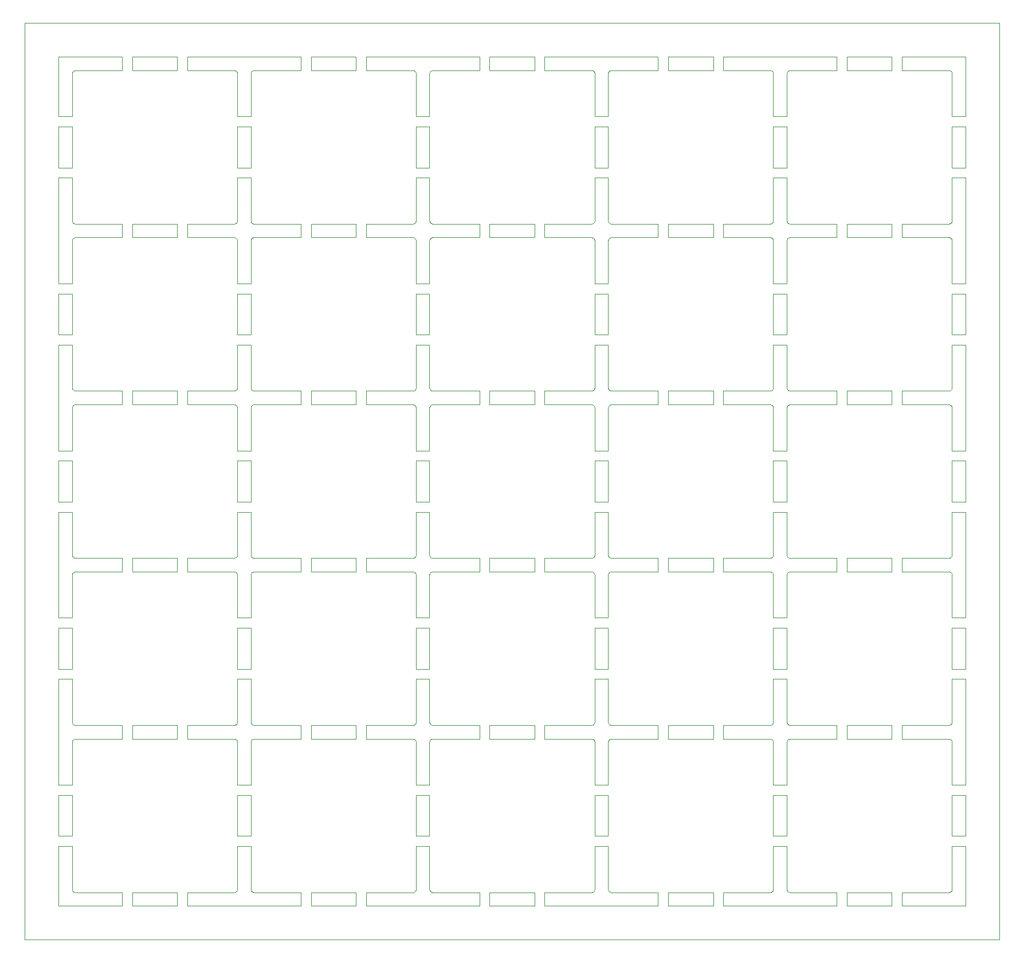
<source format=gbr>
%TF.GenerationSoftware,KiCad,Pcbnew,7.0.7-7.0.7~ubuntu20.04.1*%
%TF.CreationDate,2023-08-14T16:59:11-04:00*%
%TF.ProjectId,bno085-debug-board-panel,626e6f30-3835-42d6-9465-6275672d626f,rev?*%
%TF.SameCoordinates,Original*%
%TF.FileFunction,Profile,NP*%
%FSLAX46Y46*%
G04 Gerber Fmt 4.6, Leading zero omitted, Abs format (unit mm)*
G04 Created by KiCad (PCBNEW 7.0.7-7.0.7~ubuntu20.04.1) date 2023-08-14 16:59:11*
%MOMM*%
%LPD*%
G01*
G04 APERTURE LIST*
%TA.AperFunction,Profile*%
%ADD10C,0.100000*%
%TD*%
G04 APERTURE END LIST*
D10*
X84110381Y-29485634D02*
X84137173Y-29442650D01*
X110444483Y-103662396D02*
X110479379Y-103625686D01*
X60014365Y-128410381D02*
X60057349Y-128437173D01*
X84025686Y-81220620D02*
X83985634Y-81189618D01*
X84177069Y-29349681D02*
X84189764Y-29300649D01*
X86599350Y-29689764D02*
X86649415Y-29697434D01*
X59993947Y-31804612D02*
X59955516Y-31837603D01*
X85200000Y-47583333D02*
X86200000Y-47583333D01*
X110342650Y-128437173D02*
X110385634Y-128410381D01*
X7062826Y-106057349D02*
X7040521Y-106102822D01*
X31049681Y-29677069D02*
X31097177Y-29659478D01*
X67183333Y-30700000D02*
X67183333Y-31700000D01*
X32400000Y-40016666D02*
X33400000Y-40016666D01*
X58800000Y-114116666D02*
X59800000Y-114116666D01*
X59810235Y-32099350D02*
X59802565Y-32149415D01*
X7120620Y-29525686D02*
X7155516Y-29562396D01*
X137000000Y-70783333D02*
X137000000Y-64716666D01*
X110100000Y-105800000D02*
X103216666Y-105800000D01*
X110597434Y-81549415D02*
X110597434Y-81549415D01*
X86355516Y-81237603D02*
X86320620Y-81274313D01*
X32400000Y-22883333D02*
X33400000Y-22883333D01*
X68683333Y-128500000D02*
X68683333Y-128500000D01*
X57449681Y-54377069D02*
X57497177Y-54359478D01*
X86599350Y-81110235D02*
X86550318Y-81122930D01*
X57800000Y-29200000D02*
X57800000Y-22883333D01*
X101716666Y-56400000D02*
X101716666Y-56400000D01*
X30950584Y-105802565D02*
X30900000Y-105800000D01*
X7193947Y-31804612D02*
X7155516Y-31837603D01*
X139000000Y-15316666D02*
X139000000Y-21383333D01*
X57695387Y-7193947D02*
X57662396Y-7155516D01*
X86355516Y-78962396D02*
X86393947Y-78995387D01*
X42283333Y-103800000D02*
X48916666Y-103800000D01*
X110297177Y-31740521D02*
X110249681Y-31722930D01*
X57789764Y-32099350D02*
X57777069Y-32050318D01*
X7214365Y-56489618D02*
X7193947Y-56504612D01*
X112602565Y-81549415D02*
X112600000Y-81600000D01*
X60150318Y-128477069D02*
X60199350Y-128489764D01*
X7257349Y-7062826D02*
X7235517Y-7075677D01*
X84079379Y-103625686D02*
X84110381Y-103585634D01*
X15883333Y-55400000D02*
X15883333Y-54400000D01*
X110385634Y-56489618D02*
X110342650Y-56462826D01*
X86200000Y-128000000D02*
X86202565Y-128050584D01*
X75316666Y-54400000D02*
X75316666Y-55400000D01*
X33462826Y-56657349D02*
X33440521Y-56702822D01*
X112999350Y-128489764D02*
X113049415Y-128497434D01*
X30900000Y-54400000D02*
X30950584Y-54397434D01*
X110200649Y-54389764D02*
X110249681Y-54377069D01*
X7040521Y-81402822D02*
X7022930Y-81450318D01*
X75316666Y-105800000D02*
X68683333Y-105800000D01*
X57644483Y-78962396D02*
X57679379Y-78925686D01*
X60174673Y-7015961D02*
X60126347Y-7031123D01*
X84189764Y-7399350D02*
X84177069Y-7350318D01*
X103216666Y-7000000D02*
X103216666Y-5000000D01*
X7000000Y-22883333D02*
X7000000Y-29200000D01*
X83700000Y-128500000D02*
X83750584Y-128497434D01*
X40783333Y-56400000D02*
X33900000Y-56400000D01*
X136697177Y-79059478D02*
X136742650Y-79037173D01*
X110589764Y-32099350D02*
X110577069Y-32050318D01*
X57737173Y-128242650D02*
X57759478Y-128197177D01*
X59800000Y-40016666D02*
X59800000Y-40016666D01*
X57625686Y-128379379D02*
X57644483Y-128362396D01*
X31400000Y-46083333D02*
X31400000Y-40016666D01*
X59800000Y-53900000D02*
X59802565Y-53950584D01*
X111600000Y-46083333D02*
X110600000Y-46083333D01*
X59920620Y-105974313D02*
X59889618Y-106014365D01*
X5000000Y-130500000D02*
X5000000Y-121683333D01*
X110406052Y-103695387D02*
X110444483Y-103662396D01*
X83800649Y-7010235D02*
X83750584Y-7002565D01*
X57724322Y-56635517D02*
X57695387Y-56593947D01*
X86393947Y-78995387D02*
X86414365Y-79010381D01*
X59840521Y-128197177D02*
X59862826Y-128242650D01*
X59840521Y-81402822D02*
X59822930Y-81450318D01*
X31359478Y-78797177D02*
X31377069Y-78749681D01*
X57400649Y-105810235D02*
X57350584Y-105802565D01*
X33520620Y-29525686D02*
X33555516Y-29562396D01*
X110385634Y-105889618D02*
X110342650Y-105862826D01*
X110600000Y-40016666D02*
X111600000Y-40016666D01*
X57497177Y-54359478D02*
X57520197Y-54348902D01*
X57679379Y-29525686D02*
X57710381Y-29485634D01*
X112602565Y-32149415D02*
X112600000Y-32200000D01*
X84200000Y-70783333D02*
X84200000Y-64716666D01*
X113100000Y-29700000D02*
X119983333Y-29700000D01*
X57800000Y-13816666D02*
X57800000Y-7500000D01*
X33422930Y-29349681D02*
X33440521Y-29397177D01*
X68683333Y-79100000D02*
X75316666Y-79100000D01*
X136600649Y-29689764D02*
X136649681Y-29677069D01*
X59802565Y-32149415D02*
X59800000Y-32200000D01*
X60199350Y-81110235D02*
X60150318Y-81122930D01*
X31225686Y-7120620D02*
X31185634Y-7089618D01*
X59904612Y-103606052D02*
X59937603Y-103644483D01*
X58800000Y-15316666D02*
X58800000Y-15316666D01*
X33422930Y-54049681D02*
X33440521Y-54097177D01*
X42283333Y-128500000D02*
X42283333Y-128500000D01*
X48916666Y-104800000D02*
X48916666Y-104800000D01*
X95083333Y-31700000D02*
X95083333Y-30700000D01*
X31337173Y-106057349D02*
X31310381Y-106014365D01*
X110297177Y-54359478D02*
X110342650Y-54337173D01*
X59840521Y-106102822D02*
X59822930Y-106150318D01*
X7010235Y-103400649D02*
X7022930Y-103449681D01*
X84197434Y-128050584D02*
X84200000Y-128000000D01*
X59920620Y-81274313D02*
X59889618Y-81314365D01*
X33440521Y-32002822D02*
X33422930Y-32050318D01*
X110425686Y-105920620D02*
X110385634Y-105889618D01*
X31377069Y-103449681D02*
X31389764Y-103400649D01*
X7089618Y-54185634D02*
X7120620Y-54225686D01*
X31337173Y-54142650D02*
X31359478Y-54097177D01*
X57800000Y-95483333D02*
X57800000Y-89416666D01*
X59889618Y-103585634D02*
X59904612Y-103606052D01*
X136500000Y-56400000D02*
X129616666Y-56400000D01*
X110100000Y-31700000D02*
X103216666Y-31700000D01*
X86320620Y-31874313D02*
X86289618Y-31914365D01*
X60150318Y-54377069D02*
X60199350Y-54389764D01*
X103216666Y-54400000D02*
X110100000Y-54400000D01*
X112902822Y-79059478D02*
X112950318Y-79077069D01*
X31185634Y-54310381D02*
X31206052Y-54295387D01*
X7062826Y-54142650D02*
X7089618Y-54185634D01*
X86240521Y-103497177D02*
X86262826Y-103542650D01*
X67183333Y-80100000D02*
X67183333Y-81100000D01*
X86222930Y-56750318D02*
X86210235Y-56799350D01*
X84110381Y-103585634D02*
X84137173Y-103542650D01*
X112600000Y-95483333D02*
X111600000Y-95483333D01*
X75316666Y-5000000D02*
X75316666Y-7000000D01*
X57789764Y-56799350D02*
X57777069Y-56750318D01*
X60150318Y-105822930D02*
X60102822Y-105840521D01*
X136997434Y-29250584D02*
X137000000Y-29200000D01*
X113049415Y-29697434D02*
X113100000Y-29700000D01*
X33849415Y-103797434D02*
X33900000Y-103800000D01*
X57520197Y-54348902D02*
X57564482Y-54324322D01*
X33422930Y-32050318D02*
X33410235Y-32099350D01*
X59800000Y-72283333D02*
X59800000Y-78600000D01*
X112610235Y-81499350D02*
X112602565Y-81549415D01*
X59822930Y-78749681D02*
X59840521Y-78797177D01*
X110249681Y-103777069D02*
X110297177Y-103759478D01*
X137000000Y-72283333D02*
X139000000Y-72283333D01*
X7302822Y-29659478D02*
X7350318Y-29677069D01*
X93583333Y-7000000D02*
X86700000Y-7000000D01*
X85200000Y-70783333D02*
X84200000Y-70783333D01*
X57625686Y-105920620D02*
X57585634Y-105889618D01*
X68683333Y-29700000D02*
X75316666Y-29700000D01*
X33400000Y-120183333D02*
X32400000Y-120183333D01*
X57644483Y-128362396D02*
X57679379Y-128325686D01*
X57800000Y-70783333D02*
X57800000Y-64716666D01*
X101716666Y-7000000D02*
X101716666Y-7000000D01*
X137000000Y-63216666D02*
X137000000Y-56900000D01*
X86202565Y-7449415D02*
X86200000Y-7500000D01*
X83750584Y-29697434D02*
X83800649Y-29689764D01*
X60300000Y-128500000D02*
X67183333Y-128500000D01*
X136785634Y-79010381D02*
X136806052Y-78995387D01*
X31337173Y-29442650D02*
X31359478Y-29397177D01*
X59974313Y-29579379D02*
X60014365Y-29610381D01*
X60102822Y-105840521D02*
X60057349Y-105862826D01*
X110600000Y-7500000D02*
X110597434Y-7449415D01*
X24016666Y-130500000D02*
X24016666Y-128500000D01*
X31400000Y-81600000D02*
X31397434Y-81549415D01*
X84044483Y-103662396D02*
X84079379Y-103625686D01*
X86550318Y-79077069D02*
X86599350Y-79089764D01*
X136600649Y-54389764D02*
X136649681Y-54377069D01*
X85200000Y-38516666D02*
X84200000Y-38516666D01*
X136937173Y-128242650D02*
X136959478Y-128197177D01*
X31400000Y-32200000D02*
X31397434Y-32149415D01*
X59955516Y-81237603D02*
X59920620Y-81274313D01*
X59889618Y-54185634D02*
X59920620Y-54225686D01*
X84200000Y-22883333D02*
X85200000Y-22883333D01*
X59840521Y-32002822D02*
X59822930Y-32050318D01*
X7010235Y-106199350D02*
X7002565Y-106249415D01*
X110200649Y-103789764D02*
X110200649Y-103789764D01*
X111600000Y-112616666D02*
X110600000Y-112616666D01*
X7120620Y-54225686D02*
X7155516Y-54262396D01*
X84200000Y-46083333D02*
X84200000Y-40016666D01*
X112793947Y-78995387D02*
X112814365Y-79010381D01*
X129616666Y-54400000D02*
X136500000Y-54400000D01*
X57800000Y-89416666D02*
X58800000Y-89416666D01*
X110479379Y-31874313D02*
X110462396Y-31855516D01*
X15883333Y-103800000D02*
X22516666Y-103800000D01*
X7214365Y-128410381D02*
X7257349Y-128437173D01*
X112755516Y-7137603D02*
X112720620Y-7174313D01*
X31185634Y-128410381D02*
X31225686Y-128379379D01*
X58800000Y-64716666D02*
X59800000Y-64716666D01*
X59822930Y-54049681D02*
X59840521Y-54097177D01*
X76816666Y-103800000D02*
X83700000Y-103800000D01*
X31389764Y-128100649D02*
X31397434Y-128050584D01*
X30950584Y-7002565D02*
X30900000Y-7000000D01*
X76816666Y-56400000D02*
X76816666Y-55400000D01*
X137000000Y-46083333D02*
X137000000Y-46083333D01*
X110297177Y-103759478D02*
X110342650Y-103737173D01*
X7062826Y-7257349D02*
X7040521Y-7302822D01*
X110600000Y-89416666D02*
X111600000Y-89416666D01*
X31400000Y-128000000D02*
X31400000Y-121683333D01*
X83800649Y-29689764D02*
X83825326Y-29684038D01*
X68683333Y-54400000D02*
X75316666Y-54400000D01*
X84062396Y-31855516D02*
X84025686Y-31820620D01*
X112950318Y-81122930D02*
X112902822Y-81140521D01*
X86414365Y-79010381D02*
X86457349Y-79037173D01*
X31244483Y-78962396D02*
X31279379Y-78925686D01*
X111600000Y-64716666D02*
X112600000Y-64716666D01*
X84200000Y-72283333D02*
X85200000Y-72283333D01*
X110406052Y-78995387D02*
X110444483Y-78962396D01*
X136959478Y-103497177D02*
X136977069Y-103449681D01*
X7040521Y-54097177D02*
X7062826Y-54142650D01*
X112600000Y-46083333D02*
X111600000Y-46083333D01*
X136649681Y-54377069D02*
X136697177Y-54359478D01*
X59800000Y-78600000D02*
X59802565Y-78650584D01*
X110559478Y-106102822D02*
X110537173Y-106057349D01*
X110249681Y-7022930D02*
X110200649Y-7010235D01*
X60014365Y-105889618D02*
X59974313Y-105920620D01*
X136600649Y-79089764D02*
X136649681Y-79077069D01*
X112610235Y-29300649D02*
X112622930Y-29349681D01*
X59993947Y-81204612D02*
X59955516Y-81237603D01*
X119983333Y-5000000D02*
X119983333Y-7000000D01*
X33400000Y-121683333D02*
X33400000Y-128000000D01*
X57497177Y-105840521D02*
X57449681Y-105822930D01*
X86222930Y-7350318D02*
X86210235Y-7399350D01*
X83942650Y-7062826D02*
X83897177Y-7040521D01*
X60079802Y-31751097D02*
X60035517Y-31775677D01*
X57777069Y-32050318D02*
X57759478Y-32002822D01*
X136937173Y-56657349D02*
X136910381Y-56614365D01*
X14383333Y-56400000D02*
X7500000Y-56400000D01*
X85200000Y-46083333D02*
X84200000Y-46083333D01*
X112600000Y-120183333D02*
X111600000Y-120183333D01*
X33555516Y-105937603D02*
X33520620Y-105974313D01*
X31359478Y-128197177D02*
X31377069Y-128149681D01*
X60300000Y-56400000D02*
X60249415Y-56402565D01*
X86240521Y-7302822D02*
X86222930Y-7350318D01*
X112622930Y-56750318D02*
X112610235Y-56799350D01*
X33400000Y-29200000D02*
X33402565Y-29250584D01*
X86393947Y-105904612D02*
X86355516Y-105937603D01*
X31400000Y-78600000D02*
X31400000Y-72283333D01*
X85200000Y-96983333D02*
X86200000Y-96983333D01*
X33555516Y-54262396D02*
X33593947Y-54295387D01*
X7002565Y-106249415D02*
X7000000Y-106300000D01*
X58800000Y-40016666D02*
X59800000Y-40016666D01*
X121483333Y-128500000D02*
X128116666Y-128500000D01*
X112662826Y-29442650D02*
X112689618Y-29485634D01*
X136649681Y-103777069D02*
X136697177Y-103759478D01*
X50416666Y-56400000D02*
X50416666Y-55400000D01*
X86202565Y-128050584D02*
X86210235Y-128100649D01*
X14383333Y-81100000D02*
X7500000Y-81100000D01*
X110342650Y-103737173D02*
X110385634Y-103710381D01*
X68683333Y-7000000D02*
X68683333Y-5000000D01*
X76816666Y-55400000D02*
X76816666Y-54400000D01*
X137000000Y-38516666D02*
X137000000Y-32200000D01*
X110600000Y-13816666D02*
X110600000Y-7500000D01*
X31185634Y-81189618D02*
X31142650Y-81162826D01*
X57797434Y-81549415D02*
X57789764Y-81499350D01*
X86700000Y-29700000D02*
X93583333Y-29700000D01*
X136910381Y-7214365D02*
X136879379Y-7174313D01*
X110577069Y-54049681D02*
X110589764Y-54000649D01*
X112999350Y-31710235D02*
X112950318Y-31722930D01*
X60102822Y-128459478D02*
X60150318Y-128477069D01*
X33410235Y-78700649D02*
X33422930Y-78749681D01*
X86550318Y-103777069D02*
X86599350Y-103789764D01*
X112600000Y-70783333D02*
X111600000Y-70783333D01*
X137000000Y-63216666D02*
X137000000Y-63216666D01*
X110200649Y-128489764D02*
X110249681Y-128477069D01*
X14383333Y-79100000D02*
X14383333Y-80100000D01*
X139000000Y-38516666D02*
X137000000Y-38516666D01*
X33400000Y-63216666D02*
X32400000Y-63216666D01*
X110577069Y-7350318D02*
X110559478Y-7302822D01*
X48916666Y-130500000D02*
X42283333Y-130500000D01*
X110577069Y-81450318D02*
X110559478Y-81402822D01*
X137000000Y-120183333D02*
X137000000Y-120183333D01*
X86502822Y-128459478D02*
X86550318Y-128477069D01*
X103216666Y-56400000D02*
X103216666Y-55400000D01*
X84177069Y-103449681D02*
X84189764Y-103400649D01*
X110100000Y-7000000D02*
X103216666Y-7000000D01*
X31097177Y-7040521D02*
X31049681Y-7022930D01*
X113100000Y-54400000D02*
X119983333Y-54400000D01*
X136785634Y-31789618D02*
X136742650Y-31762826D01*
X31400000Y-63216666D02*
X31400000Y-56900000D01*
X31185634Y-56489618D02*
X31142650Y-56462826D01*
X136977069Y-103449681D02*
X136989764Y-103400649D01*
X33400000Y-70783333D02*
X32400000Y-70783333D01*
X112662826Y-103542650D02*
X112689618Y-103585634D01*
X57350584Y-56402565D02*
X57300000Y-56400000D01*
X84137173Y-128242650D02*
X84159478Y-128197177D01*
X31377069Y-32050318D02*
X31359478Y-32002822D01*
X31368876Y-81426347D02*
X31348902Y-81379802D01*
X57497177Y-103759478D02*
X57542650Y-103737173D01*
X110537173Y-7257349D02*
X110510381Y-7214365D01*
X5000000Y-21383333D02*
X5000000Y-15316666D01*
X85200000Y-22883333D02*
X86200000Y-22883333D01*
X50416666Y-105800000D02*
X50416666Y-104800000D01*
X86202565Y-32149415D02*
X86200000Y-32200000D01*
X33422930Y-103449681D02*
X33440521Y-103497177D01*
X59937603Y-29544483D02*
X59974313Y-29579379D01*
X57606052Y-54295387D02*
X57644483Y-54262396D01*
X7089618Y-78885634D02*
X7120620Y-78925686D01*
X59800000Y-128000000D02*
X59802565Y-128050584D01*
X84124322Y-56635517D02*
X84095387Y-56593947D01*
X112622930Y-78749681D02*
X112640521Y-78797177D01*
X60150318Y-103777069D02*
X60199350Y-103789764D01*
X33422930Y-128149681D02*
X33440521Y-128197177D01*
X33400000Y-15316666D02*
X33400000Y-15316666D01*
X33400000Y-47583333D02*
X33400000Y-53900000D01*
X112857349Y-128437173D02*
X112902822Y-128459478D01*
X59802565Y-78650584D02*
X59810235Y-78700649D01*
X112602565Y-56849415D02*
X112600000Y-56900000D01*
X112814365Y-31789618D02*
X112793947Y-31804612D01*
X7002565Y-7449415D02*
X7000000Y-7500000D01*
X31225686Y-81220620D02*
X31185634Y-81189618D01*
X112689618Y-7214365D02*
X112662826Y-7257349D01*
X85200000Y-121683333D02*
X86200000Y-121683333D01*
X136937173Y-103542650D02*
X136959478Y-103497177D01*
X119983333Y-7000000D02*
X119983333Y-7000000D01*
X112600000Y-89416666D02*
X112600000Y-89416666D01*
X15883333Y-105800000D02*
X15883333Y-104800000D01*
X57497177Y-128459478D02*
X57542650Y-128437173D01*
X59810235Y-106199350D02*
X59802565Y-106249415D01*
X112689618Y-56614365D02*
X112662826Y-56657349D01*
X7257349Y-81162826D02*
X7214365Y-81189618D01*
X110600000Y-72283333D02*
X111600000Y-72283333D01*
X59810235Y-103400649D02*
X59822930Y-103449681D01*
X84189764Y-81499350D02*
X84189764Y-81499350D01*
X58800000Y-120183333D02*
X57800000Y-120183333D01*
X33520620Y-105974313D02*
X33489618Y-106014365D01*
X110150584Y-103797434D02*
X110200649Y-103789764D01*
X33520620Y-54225686D02*
X33555516Y-54262396D01*
X136997434Y-78650584D02*
X137000000Y-78600000D01*
X31000649Y-31710235D02*
X30950584Y-31702565D01*
X86393947Y-81204612D02*
X86355516Y-81237603D01*
X57800000Y-63216666D02*
X57800000Y-56900000D01*
X31397434Y-78650584D02*
X31400000Y-78600000D01*
X31397434Y-32149415D02*
X31397434Y-32149415D01*
X57737173Y-29442650D02*
X57759478Y-29397177D01*
X15883333Y-104800000D02*
X15883333Y-103800000D01*
X7000000Y-128000000D02*
X7002565Y-128050584D01*
X101716666Y-31700000D02*
X95083333Y-31700000D01*
X95083333Y-55400000D02*
X95083333Y-54400000D01*
X112720620Y-56574313D02*
X112689618Y-56614365D01*
X33593947Y-56504612D02*
X33555516Y-56537603D01*
X33402565Y-53950584D02*
X33410235Y-54000649D01*
X60300000Y-105800000D02*
X60249415Y-105802565D01*
X86320620Y-105974313D02*
X86289618Y-106014365D01*
X7257349Y-56462826D02*
X7214365Y-56489618D01*
X112640521Y-81402822D02*
X112622930Y-81450318D01*
X57497177Y-81140521D02*
X57449681Y-81122930D01*
X7002565Y-103350584D02*
X7010235Y-103400649D01*
X57350584Y-31702565D02*
X57300000Y-31700000D01*
X111600000Y-95483333D02*
X110600000Y-95483333D01*
X103216666Y-29700000D02*
X110100000Y-29700000D01*
X57542650Y-103737173D02*
X57585634Y-103710381D01*
X112814365Y-79010381D02*
X112857349Y-79037173D01*
X33900000Y-105800000D02*
X33849415Y-105802565D01*
X112720620Y-103625686D02*
X112755516Y-103662396D01*
X60249415Y-56402565D02*
X60199350Y-56410235D01*
X83920197Y-54348902D02*
X83964482Y-54324322D01*
X32400000Y-95483333D02*
X31400000Y-95483333D01*
X112999350Y-81110235D02*
X112950318Y-81122930D01*
X7104612Y-128306052D02*
X7137603Y-128344483D01*
X59800000Y-96983333D02*
X59800000Y-103300000D01*
X112999350Y-54389764D02*
X113049415Y-54397434D01*
X110342650Y-54337173D02*
X110385634Y-54310381D01*
X86649415Y-7002565D02*
X86599350Y-7010235D01*
X110597434Y-56849415D02*
X110589764Y-56799350D01*
X7000000Y-87916666D02*
X5000000Y-87916666D01*
X84159478Y-128197177D02*
X84177069Y-128149681D01*
X7155516Y-81237603D02*
X7120620Y-81274313D01*
X84079379Y-29525686D02*
X84110381Y-29485634D01*
X7002565Y-29250584D02*
X7010235Y-29300649D01*
X67183333Y-103800000D02*
X67183333Y-104800000D01*
X57300000Y-54400000D02*
X57350584Y-54397434D01*
X112640521Y-103497177D02*
X112662826Y-103542650D01*
X136989764Y-56799350D02*
X136977069Y-56750318D01*
X57520197Y-79048902D02*
X57564482Y-79024322D01*
X84189764Y-81499350D02*
X84177069Y-81450318D01*
X85200000Y-89416666D02*
X86200000Y-89416666D01*
X60057349Y-29637173D02*
X60102822Y-29659478D01*
X57759478Y-29397177D02*
X57777069Y-29349681D01*
X57789764Y-106199350D02*
X57777069Y-106150318D01*
X24016666Y-5000000D02*
X40783333Y-5000000D01*
X60014365Y-103710381D02*
X60057349Y-103737173D01*
X136937173Y-31957349D02*
X136910381Y-31914365D01*
X136785634Y-56489618D02*
X136742650Y-56462826D01*
X48916666Y-55400000D02*
X48916666Y-56400000D01*
X58800000Y-89416666D02*
X59800000Y-89416666D01*
X15883333Y-56400000D02*
X15883333Y-55400000D01*
X110200649Y-103789764D02*
X110249681Y-103777069D01*
X137000000Y-112616666D02*
X137000000Y-112616666D01*
X31324322Y-7235517D02*
X31295387Y-7193947D01*
X24016666Y-29700000D02*
X30900000Y-29700000D01*
X86222930Y-103449681D02*
X86240521Y-103497177D01*
X33593947Y-29595387D02*
X33635517Y-29624322D01*
X121483333Y-54400000D02*
X128116666Y-54400000D01*
X84006052Y-29595387D02*
X84044483Y-29562396D01*
X110444483Y-78962396D02*
X110479379Y-78925686D01*
X112814365Y-54310381D02*
X112857349Y-54337173D01*
X86200000Y-106300000D02*
X86200000Y-112616666D01*
X110600000Y-22883333D02*
X111600000Y-22883333D01*
X110510381Y-78885634D02*
X110537173Y-78842650D01*
X86210235Y-103400649D02*
X86222930Y-103449681D01*
X7399350Y-56410235D02*
X7350318Y-56422930D01*
X112720620Y-81274313D02*
X112689618Y-81314365D01*
X111600000Y-120183333D02*
X110600000Y-120183333D01*
X86393947Y-7104612D02*
X86355516Y-7137603D01*
X119983333Y-7000000D02*
X113100000Y-7000000D01*
X93583333Y-55400000D02*
X93583333Y-56400000D01*
X110406052Y-29595387D02*
X110444483Y-29562396D01*
X57662396Y-105955516D02*
X57625686Y-105920620D01*
X33440521Y-29397177D02*
X33462826Y-29442650D01*
X15883333Y-29700000D02*
X22516666Y-29700000D01*
X84044483Y-128362396D02*
X84079379Y-128325686D01*
X86200000Y-89416666D02*
X86200000Y-95483333D01*
X110559478Y-103497177D02*
X110577069Y-103449681D01*
X84025686Y-103679379D02*
X84044483Y-103662396D01*
X30900000Y-56400000D02*
X24016666Y-56400000D01*
X136806052Y-103695387D02*
X136844483Y-103662396D01*
X86289618Y-54185634D02*
X86320620Y-54225686D01*
X128116666Y-7000000D02*
X128116666Y-7000000D01*
X60102822Y-79059478D02*
X60150318Y-79077069D01*
X57800000Y-32200000D02*
X57797434Y-32149415D01*
X112600000Y-96983333D02*
X112600000Y-103300000D01*
X112600000Y-114116666D02*
X112600000Y-114116666D01*
X33555516Y-81237603D02*
X33520620Y-81274313D01*
X136742650Y-56462826D02*
X136697177Y-56440521D01*
X103216666Y-103800000D02*
X110100000Y-103800000D01*
X40783333Y-30700000D02*
X40783333Y-31700000D01*
X137000000Y-78600000D02*
X137000000Y-72283333D01*
X110462396Y-56555516D02*
X110425686Y-56520620D01*
X57300000Y-29700000D02*
X57300000Y-29700000D01*
X110589764Y-29300649D02*
X110597434Y-29250584D01*
X33849415Y-128497434D02*
X33900000Y-128500000D01*
X22516666Y-56400000D02*
X15883333Y-56400000D01*
X7214365Y-103710381D02*
X7257349Y-103737173D01*
X112662826Y-81357349D02*
X112640521Y-81402822D01*
X86262826Y-56657349D02*
X86240521Y-56702822D01*
X136959478Y-78797177D02*
X136977069Y-78749681D01*
X86320620Y-7174313D02*
X86289618Y-7214365D01*
X86414365Y-56489618D02*
X86393947Y-56504612D01*
X57777069Y-106150318D02*
X57759478Y-106102822D01*
X110510381Y-31914365D02*
X110479379Y-31874313D01*
X32400000Y-46083333D02*
X31400000Y-46083333D01*
X59800000Y-81600000D02*
X59800000Y-87916666D01*
X112622930Y-54049681D02*
X112640521Y-54097177D01*
X95083333Y-105800000D02*
X95083333Y-104800000D01*
X83942650Y-81162826D02*
X83897177Y-81140521D01*
X60249415Y-79097434D02*
X60300000Y-79100000D01*
X83942650Y-31762826D02*
X83897177Y-31740521D01*
X136550584Y-29697434D02*
X136600649Y-29689764D01*
X136785634Y-105889618D02*
X136742650Y-105862826D01*
X33400000Y-38516666D02*
X32400000Y-38516666D01*
X111600000Y-89416666D02*
X112600000Y-89416666D01*
X32400000Y-21383333D02*
X31400000Y-21383333D01*
X31397434Y-103350584D02*
X31400000Y-103300000D01*
X42283333Y-30700000D02*
X42283333Y-29700000D01*
X33799350Y-105810235D02*
X33750318Y-105822930D01*
X57800000Y-81600000D02*
X57800000Y-81600000D01*
X33489618Y-103585634D02*
X33504612Y-103606052D01*
X84200000Y-47583333D02*
X85200000Y-47583333D01*
X136862396Y-7155516D02*
X136825686Y-7120620D01*
X33402565Y-29250584D02*
X33410235Y-29300649D01*
X33702822Y-29659478D02*
X33750318Y-29677069D01*
X137000000Y-47583333D02*
X139000000Y-47583333D01*
X112600000Y-128000000D02*
X112602565Y-128050584D01*
X101716666Y-7000000D02*
X95083333Y-7000000D01*
X31389764Y-29300649D02*
X31397434Y-29250584D01*
X112622930Y-7350318D02*
X112610235Y-7399350D01*
X33489618Y-31914365D02*
X33462826Y-31957349D01*
X136825686Y-31820620D02*
X136785634Y-31789618D01*
X119983333Y-54400000D02*
X119983333Y-55400000D01*
X110200649Y-81110235D02*
X110150584Y-81102565D01*
X136785634Y-81189618D02*
X136742650Y-81162826D01*
X59802565Y-56849415D02*
X59800000Y-56900000D01*
X67183333Y-7000000D02*
X60300000Y-7000000D01*
X83700000Y-7000000D02*
X76816666Y-7000000D01*
X31400000Y-112616666D02*
X31400000Y-106300000D01*
X136959478Y-106102822D02*
X136937173Y-106057349D01*
X33900000Y-81100000D02*
X33849415Y-81102565D01*
X33657349Y-56462826D02*
X33614365Y-56489618D01*
X31244483Y-29562396D02*
X31279379Y-29525686D01*
X110600000Y-56900000D02*
X110597434Y-56849415D01*
X57662396Y-56555516D02*
X57625686Y-56520620D01*
X31206052Y-78995387D02*
X31244483Y-78962396D01*
X33440521Y-106102822D02*
X33422930Y-106150318D01*
X110385634Y-79010381D02*
X110406052Y-78995387D01*
X112602565Y-53950584D02*
X112610235Y-54000649D01*
X112999350Y-79089764D02*
X113049415Y-79097434D01*
X33574313Y-128379379D02*
X33614365Y-128410381D01*
X84197434Y-103350584D02*
X84200000Y-103300000D01*
X57300000Y-29700000D02*
X57350584Y-29697434D01*
X40783333Y-29700000D02*
X40783333Y-30700000D01*
X86240521Y-128197177D02*
X86262826Y-128242650D01*
X113100000Y-56400000D02*
X113049415Y-56402565D01*
X7449415Y-56402565D02*
X7399350Y-56410235D01*
X33849415Y-56402565D02*
X33799350Y-56410235D01*
X112814365Y-56489618D02*
X112793947Y-56504612D01*
X121483333Y-79100000D02*
X128116666Y-79100000D01*
X136500000Y-7000000D02*
X129616666Y-7000000D01*
X31295387Y-7193947D02*
X31262396Y-7155516D01*
X58800000Y-63216666D02*
X57800000Y-63216666D01*
X59993947Y-56504612D02*
X59955516Y-56537603D01*
X7022930Y-54049681D02*
X7040521Y-54097177D01*
X68683333Y-80100000D02*
X68683333Y-79100000D01*
X110342650Y-56462826D02*
X110297177Y-56440521D01*
X58800000Y-21383333D02*
X57800000Y-21383333D01*
X15883333Y-130500000D02*
X15883333Y-128500000D01*
X60300000Y-31700000D02*
X60249415Y-31702565D01*
X7089618Y-7214365D02*
X7062826Y-7257349D01*
X48916666Y-54400000D02*
X48916666Y-55400000D01*
X22516666Y-7000000D02*
X22516666Y-7000000D01*
X7000000Y-47583333D02*
X7000000Y-53900000D01*
X110249681Y-56422930D02*
X110200649Y-56410235D01*
X33440521Y-103497177D02*
X33462826Y-103542650D01*
X84159478Y-78797177D02*
X84177069Y-78749681D01*
X59810235Y-78700649D02*
X59822930Y-78749681D01*
X57350584Y-29697434D02*
X57400649Y-29689764D01*
X32400000Y-70783333D02*
X31400000Y-70783333D01*
X136977069Y-29349681D02*
X136989764Y-29300649D01*
X136806052Y-128395387D02*
X136844483Y-128362396D01*
X48916666Y-7000000D02*
X42283333Y-7000000D01*
X110342650Y-105862826D02*
X110297177Y-105840521D01*
X57625686Y-103679379D02*
X57644483Y-103662396D01*
X110597434Y-29250584D02*
X110600000Y-29200000D01*
X31400000Y-114116666D02*
X32400000Y-114116666D01*
X24016666Y-103800000D02*
X30900000Y-103800000D01*
X31244483Y-54262396D02*
X31279379Y-54225686D01*
X111600000Y-40016666D02*
X112600000Y-40016666D01*
X7302822Y-128459478D02*
X7350318Y-128477069D01*
X112857349Y-103737173D02*
X112902822Y-103759478D01*
X103216666Y-30700000D02*
X103216666Y-29700000D01*
X42283333Y-130500000D02*
X42283333Y-128500000D01*
X7000000Y-38516666D02*
X5000000Y-38516666D01*
X59993947Y-54295387D02*
X60035517Y-54324322D01*
X30900000Y-29700000D02*
X30950584Y-29697434D01*
X86200000Y-21383333D02*
X85200000Y-21383333D01*
X84110381Y-54185634D02*
X84137173Y-54142650D01*
X110589764Y-56799350D02*
X110577069Y-56750318D01*
X57585634Y-81189618D02*
X57542650Y-81162826D01*
X57800000Y-114116666D02*
X57800000Y-114116666D01*
X86502822Y-79059478D02*
X86550318Y-79077069D01*
X128116666Y-56400000D02*
X121483333Y-56400000D01*
X85200000Y-120183333D02*
X84200000Y-120183333D01*
X136937173Y-7257349D02*
X136910381Y-7214365D01*
X85200000Y-114116666D02*
X86200000Y-114116666D01*
X76816666Y-29700000D02*
X83700000Y-29700000D01*
X112600000Y-81600000D02*
X112600000Y-87916666D01*
X83849681Y-54377069D02*
X83897177Y-54359478D01*
X113100000Y-103800000D02*
X119983333Y-103800000D01*
X119983333Y-104800000D02*
X119983333Y-105800000D01*
X60079802Y-7051097D02*
X60035517Y-7075677D01*
X57710381Y-128285634D02*
X57737173Y-128242650D01*
X110510381Y-29485634D02*
X110537173Y-29442650D01*
X136550584Y-31702565D02*
X136500000Y-31700000D01*
X112720620Y-105974313D02*
X112689618Y-106014365D01*
X57737173Y-54142650D02*
X57759478Y-54097177D01*
X7155516Y-29562396D02*
X7193947Y-29595387D01*
X33849415Y-29697434D02*
X33900000Y-29700000D01*
X60035517Y-81175677D02*
X59993947Y-81204612D01*
X57564482Y-54324322D02*
X57606052Y-54295387D01*
X137000000Y-53900000D02*
X137000000Y-47583333D01*
X30900000Y-128500000D02*
X30950584Y-128497434D01*
X30950584Y-81102565D02*
X30900000Y-81100000D01*
X101716666Y-104800000D02*
X101716666Y-105800000D01*
X136649681Y-31722930D02*
X136600649Y-31710235D01*
X110600000Y-96983333D02*
X111600000Y-96983333D01*
X32400000Y-89416666D02*
X32400000Y-89416666D01*
X112755516Y-29562396D02*
X112793947Y-29595387D01*
X7062826Y-128242650D02*
X7089618Y-128285634D01*
X60126347Y-7031123D02*
X60079802Y-7051097D01*
X32400000Y-40016666D02*
X32400000Y-40016666D01*
X60300000Y-103800000D02*
X67183333Y-103800000D01*
X110297177Y-7040521D02*
X110249681Y-7022930D01*
X110385634Y-103710381D02*
X110406052Y-103695387D01*
X111600000Y-96983333D02*
X112600000Y-96983333D01*
X7002565Y-53950584D02*
X7010235Y-54000649D01*
X110150584Y-79097434D02*
X110200649Y-79089764D01*
X136879379Y-56574313D02*
X136862396Y-56555516D01*
X57449681Y-81122930D02*
X57400649Y-81110235D01*
X60079802Y-79048902D02*
X60102822Y-79059478D01*
X128116666Y-130500000D02*
X121483333Y-130500000D01*
X75316666Y-55400000D02*
X75316666Y-56400000D01*
X7000000Y-72283333D02*
X7000000Y-78600000D01*
X59889618Y-106014365D02*
X59862826Y-106057349D01*
X86200000Y-13816666D02*
X85200000Y-13816666D01*
X86200000Y-103300000D02*
X86202565Y-103350584D01*
X59862826Y-81357349D02*
X59840521Y-81402822D01*
X86393947Y-54295387D02*
X86414365Y-54310381D01*
X128116666Y-81100000D02*
X128116666Y-81100000D01*
X84137173Y-78842650D02*
X84159478Y-78797177D01*
X33537603Y-128344483D02*
X33574313Y-128379379D01*
X95083333Y-128500000D02*
X101716666Y-128500000D01*
X83964482Y-54324322D02*
X84006052Y-54295387D01*
X128116666Y-128500000D02*
X128116666Y-130500000D01*
X5000000Y-120183333D02*
X5000000Y-114116666D01*
X84200000Y-21383333D02*
X84200000Y-15316666D01*
X136550584Y-81102565D02*
X136500000Y-81100000D01*
X33750318Y-54377069D02*
X33799350Y-54389764D01*
X112640521Y-106102822D02*
X112622930Y-106150318D01*
X112755516Y-103662396D02*
X112793947Y-103695387D01*
X83897177Y-7040521D02*
X83849681Y-7022930D01*
X30900000Y-81100000D02*
X24016666Y-81100000D01*
X110249681Y-128477069D02*
X110297177Y-128459478D01*
X75316666Y-31700000D02*
X68683333Y-31700000D01*
X137000000Y-87916666D02*
X137000000Y-81600000D01*
X33593947Y-78995387D02*
X33614365Y-79010381D01*
X136697177Y-7040521D02*
X136649681Y-7022930D01*
X112999350Y-7010235D02*
X112950318Y-7022930D01*
X84200000Y-87916666D02*
X84200000Y-81600000D01*
X60199350Y-31710235D02*
X60174673Y-31715961D01*
X7257349Y-29637173D02*
X7302822Y-29659478D01*
X86222930Y-106150318D02*
X86210235Y-106199350D01*
X57300000Y-103800000D02*
X57350584Y-103797434D01*
X86200000Y-96983333D02*
X86200000Y-103300000D01*
X31397434Y-128050584D02*
X31400000Y-128000000D01*
X22516666Y-128500000D02*
X22516666Y-130500000D01*
X121483333Y-29700000D02*
X128116666Y-29700000D01*
X7214365Y-81189618D02*
X7193947Y-81204612D01*
X59800000Y-22883333D02*
X59800000Y-29200000D01*
X83700000Y-103800000D02*
X83750584Y-103797434D01*
X60199350Y-103789764D02*
X60249415Y-103797434D01*
X83800649Y-103789764D02*
X83849681Y-103777069D01*
X110342650Y-7062826D02*
X110297177Y-7040521D01*
X7193947Y-56504612D02*
X7155516Y-56537603D01*
X57800000Y-15316666D02*
X58800000Y-15316666D01*
X86502822Y-54359478D02*
X86550318Y-54377069D01*
X112999350Y-103789764D02*
X113049415Y-103797434D01*
X58800000Y-47583333D02*
X59800000Y-47583333D01*
X84197434Y-53950584D02*
X84200000Y-53900000D01*
X84189764Y-56799350D02*
X84177069Y-56750318D01*
X33900000Y-31700000D02*
X33849415Y-31702565D01*
X121483333Y-30700000D02*
X121483333Y-29700000D01*
X33555516Y-78962396D02*
X33593947Y-78995387D01*
X33520620Y-81274313D02*
X33489618Y-81314365D01*
X103216666Y-31700000D02*
X103216666Y-30700000D01*
X7000000Y-81600000D02*
X7000000Y-87916666D01*
X110597434Y-128050584D02*
X110600000Y-128000000D01*
X110200649Y-79089764D02*
X110249681Y-79077069D01*
X110600000Y-112616666D02*
X110600000Y-106300000D01*
X136785634Y-128410381D02*
X136806052Y-128395387D01*
X86649415Y-103797434D02*
X86700000Y-103800000D01*
X129616666Y-5000000D02*
X139000000Y-5000000D01*
X59810235Y-81499350D02*
X59802565Y-81549415D01*
X7040521Y-56702822D02*
X7022930Y-56750318D01*
X7449415Y-103797434D02*
X7500000Y-103800000D01*
X60300000Y-29700000D02*
X67183333Y-29700000D01*
X33614365Y-56489618D02*
X33593947Y-56504612D01*
X110597434Y-81549415D02*
X110589764Y-81499350D01*
X7350318Y-79077069D02*
X7399350Y-79089764D01*
X33537603Y-103644483D02*
X33574313Y-103679379D01*
X112600000Y-87916666D02*
X111600000Y-87916666D01*
X14383333Y-7000000D02*
X7500000Y-7000000D01*
X101716666Y-130500000D02*
X95083333Y-130500000D01*
X85200000Y-15316666D02*
X86200000Y-15316666D01*
X110150584Y-54397434D02*
X110200649Y-54389764D01*
X84200000Y-64716666D02*
X85200000Y-64716666D01*
X112600000Y-13816666D02*
X111600000Y-13816666D01*
X139000000Y-121683333D02*
X139000000Y-130500000D01*
X84095387Y-31893947D02*
X84062396Y-31855516D01*
X112793947Y-54295387D02*
X112814365Y-54310381D01*
X48916666Y-104800000D02*
X48916666Y-105800000D01*
X84200000Y-121683333D02*
X85200000Y-121683333D01*
X5000000Y-112616666D02*
X5000000Y-96983333D01*
X86700000Y-7000000D02*
X86649415Y-7002565D01*
X110559478Y-29397177D02*
X110577069Y-29349681D01*
X31000649Y-128489764D02*
X31049681Y-128477069D01*
X57789764Y-29300649D02*
X57797434Y-29250584D01*
X86262826Y-103542650D02*
X86289618Y-103585634D01*
X59955516Y-7137603D02*
X59920620Y-7174313D01*
X83985634Y-128410381D02*
X84025686Y-128379379D01*
X113049415Y-81102565D02*
X112999350Y-81110235D01*
X7214365Y-79010381D02*
X7257349Y-79037173D01*
X57797434Y-128050584D02*
X57800000Y-128000000D01*
X57585634Y-31789618D02*
X57542650Y-31762826D01*
X95083333Y-56400000D02*
X95083333Y-55400000D01*
X103216666Y-130500000D02*
X103216666Y-128500000D01*
X33702822Y-128459478D02*
X33750318Y-128477069D01*
X68683333Y-55400000D02*
X68683333Y-54400000D01*
X24016666Y-128500000D02*
X24016666Y-128500000D01*
X110249681Y-81122930D02*
X110200649Y-81110235D01*
X59802565Y-53950584D02*
X59810235Y-54000649D01*
X136742650Y-105862826D02*
X136697177Y-105840521D01*
X31049681Y-54377069D02*
X31097177Y-54359478D01*
X59822930Y-128149681D02*
X59840521Y-128197177D01*
X7010235Y-29300649D02*
X7022930Y-29349681D01*
X93583333Y-54400000D02*
X93583333Y-55400000D01*
X112950318Y-105822930D02*
X112902822Y-105840521D01*
X76816666Y-130500000D02*
X76816666Y-128500000D01*
X31000649Y-56410235D02*
X30950584Y-56402565D01*
X7350318Y-56422930D02*
X7302822Y-56440521D01*
X57520197Y-29648902D02*
X57564482Y-29624322D01*
X111600000Y-114116666D02*
X112600000Y-114116666D01*
X111600000Y-22883333D02*
X112600000Y-22883333D01*
X31097177Y-81140521D02*
X31049681Y-81122930D01*
X31324322Y-81335517D02*
X31295387Y-81293947D01*
X139000000Y-87916666D02*
X137000000Y-87916666D01*
X76816666Y-80100000D02*
X76816666Y-79100000D01*
X136500000Y-103800000D02*
X136550584Y-103797434D01*
X33750318Y-79077069D02*
X33799350Y-79089764D01*
X33410235Y-29300649D02*
X33422930Y-29349681D01*
X129616666Y-7000000D02*
X129616666Y-5000000D01*
X86262826Y-106057349D02*
X86240521Y-106102822D01*
X119983333Y-81100000D02*
X113100000Y-81100000D01*
X83897177Y-54359478D02*
X83920197Y-54348902D01*
X31400000Y-70783333D02*
X31400000Y-64716666D01*
X31049681Y-31722930D02*
X31000649Y-31710235D01*
X57350584Y-81102565D02*
X57300000Y-81100000D01*
X112602565Y-29250584D02*
X112610235Y-29300649D01*
X136989764Y-106199350D02*
X136977069Y-106150318D01*
X86202565Y-81549415D02*
X86200000Y-81600000D01*
X136977069Y-81450318D02*
X136959478Y-81402822D01*
X31348902Y-81379802D02*
X31324322Y-81335517D01*
X57800000Y-64716666D02*
X58800000Y-64716666D01*
X7449415Y-105802565D02*
X7399350Y-105810235D01*
X57800000Y-112616666D02*
X57800000Y-106300000D01*
X7010235Y-54000649D02*
X7022930Y-54049681D01*
X110577069Y-106150318D02*
X110559478Y-106102822D01*
X86355516Y-29562396D02*
X86393947Y-29595387D01*
X86210235Y-54000649D02*
X86222930Y-54049681D01*
X67183333Y-81100000D02*
X60300000Y-81100000D01*
X31225686Y-56520620D02*
X31185634Y-56489618D01*
X84177069Y-81450318D02*
X84159478Y-81402822D01*
X86210235Y-56799350D02*
X86202565Y-56849415D01*
X84095387Y-7193947D02*
X84062396Y-7155516D01*
X86289618Y-29485634D02*
X86320620Y-29525686D01*
X15883333Y-31700000D02*
X15883333Y-30700000D01*
X110385634Y-29610381D02*
X110406052Y-29595387D01*
X57585634Y-7089618D02*
X57542650Y-7062826D01*
X86457349Y-29637173D02*
X86502822Y-29659478D01*
X7000000Y-120183333D02*
X5000000Y-120183333D01*
X86202565Y-106249415D02*
X86200000Y-106300000D01*
X75316666Y-7000000D02*
X75316666Y-7000000D01*
X40783333Y-103800000D02*
X40783333Y-104800000D01*
X136977069Y-128149681D02*
X136989764Y-128100649D01*
X84200000Y-128000000D02*
X84200000Y-121683333D01*
X33410235Y-103400649D02*
X33422930Y-103449681D01*
X33900000Y-56400000D02*
X33849415Y-56402565D01*
X7000000Y-72283333D02*
X7000000Y-72283333D01*
X112902822Y-31740521D02*
X112857349Y-31762826D01*
X110406052Y-128395387D02*
X110444483Y-128362396D01*
X137000000Y-87916666D02*
X137000000Y-87916666D01*
X7449415Y-54397434D02*
X7500000Y-54400000D01*
X31397434Y-106249415D02*
X31389764Y-106199350D01*
X110537173Y-56657349D02*
X110510381Y-56614365D01*
X33400000Y-95483333D02*
X32400000Y-95483333D01*
X111600000Y-47583333D02*
X112600000Y-47583333D01*
X7089618Y-29485634D02*
X7120620Y-29525686D01*
X111600000Y-13816666D02*
X110600000Y-13816666D01*
X31185634Y-103710381D02*
X31225686Y-103679379D01*
X5000000Y-87916666D02*
X5000000Y-72283333D01*
X84177069Y-106150318D02*
X84159478Y-106102822D01*
X31397434Y-81549415D02*
X31397434Y-81549415D01*
X93583333Y-81100000D02*
X86700000Y-81100000D01*
X129616666Y-29700000D02*
X136500000Y-29700000D01*
X84159478Y-81402822D02*
X84148902Y-81379802D01*
X7000000Y-7500000D02*
X7000000Y-13816666D01*
X111600000Y-15316666D02*
X112600000Y-15316666D01*
X84148902Y-81379802D02*
X84124322Y-81335517D01*
X76816666Y-31700000D02*
X76816666Y-30700000D01*
X86200000Y-112616666D02*
X85200000Y-112616666D01*
X40783333Y-5000000D02*
X40783333Y-7000000D01*
X86414365Y-31789618D02*
X86393947Y-31804612D01*
X112793947Y-103695387D02*
X112814365Y-103710381D01*
X7302822Y-105840521D02*
X7257349Y-105862826D01*
X84062396Y-7155516D02*
X84025686Y-7120620D01*
X101716666Y-81100000D02*
X95083333Y-81100000D01*
X31397434Y-56849415D02*
X31389764Y-56799350D01*
X33657349Y-105862826D02*
X33614365Y-105889618D01*
X136742650Y-29637173D02*
X136785634Y-29610381D01*
X86320620Y-103625686D02*
X86355516Y-103662396D01*
X84177069Y-56750318D02*
X84159478Y-56702822D01*
X84044483Y-54262396D02*
X84079379Y-54225686D01*
X57777069Y-29349681D02*
X57789764Y-29300649D01*
X31142650Y-31762826D02*
X31097177Y-31740521D01*
X129616666Y-81100000D02*
X129616666Y-80100000D01*
X95083333Y-79100000D02*
X101716666Y-79100000D01*
X136742650Y-7062826D02*
X136697177Y-7040521D01*
X136600649Y-103789764D02*
X136649681Y-103777069D01*
X33489618Y-106014365D02*
X33462826Y-106057349D01*
X31400000Y-21383333D02*
X31400000Y-15316666D01*
X57644483Y-29562396D02*
X57679379Y-29525686D01*
X57300000Y-7000000D02*
X50416666Y-7000000D01*
X86649415Y-56402565D02*
X86599350Y-56410235D01*
X86599350Y-128489764D02*
X86649415Y-128497434D01*
X30950584Y-103797434D02*
X31000649Y-103789764D01*
X33657349Y-79037173D02*
X33702822Y-79059478D01*
X31400000Y-38516666D02*
X31400000Y-32200000D01*
X95083333Y-104800000D02*
X95083333Y-103800000D01*
X7000000Y-40016666D02*
X7000000Y-46083333D01*
X86289618Y-56614365D02*
X86262826Y-56657349D01*
X7155516Y-54262396D02*
X7193947Y-54295387D01*
X33593947Y-31804612D02*
X33555516Y-31837603D01*
X57625686Y-7120620D02*
X57585634Y-7089618D01*
X31400000Y-47583333D02*
X32400000Y-47583333D01*
X57777069Y-7350318D02*
X57759478Y-7302822D01*
X86200000Y-78600000D02*
X86202565Y-78650584D01*
X33900000Y-128500000D02*
X40783333Y-128500000D01*
X40783333Y-31700000D02*
X33900000Y-31700000D01*
X103216666Y-105800000D02*
X103216666Y-104800000D01*
X32400000Y-64716666D02*
X32400000Y-64716666D01*
X68683333Y-105800000D02*
X68683333Y-104800000D01*
X24016666Y-55400000D02*
X24016666Y-54400000D01*
X136989764Y-128100649D02*
X136997434Y-128050584D01*
X136997434Y-106249415D02*
X136989764Y-106199350D01*
X110577069Y-78749681D02*
X110589764Y-78700649D01*
X110249681Y-79077069D02*
X110297177Y-79059478D01*
X112857349Y-7062826D02*
X112814365Y-7089618D01*
X112857349Y-29637173D02*
X112902822Y-29659478D01*
X60199350Y-105810235D02*
X60150318Y-105822930D01*
X31359478Y-103497177D02*
X31377069Y-103449681D01*
X136806052Y-54295387D02*
X136844483Y-54262396D01*
X110425686Y-81220620D02*
X110385634Y-81189618D01*
X33462826Y-128242650D02*
X33489618Y-128285634D01*
X83873652Y-29668876D02*
X83920197Y-29648902D01*
X31097177Y-105840521D02*
X31049681Y-105822930D01*
X33400000Y-13816666D02*
X32400000Y-13816666D01*
X86550318Y-29677069D02*
X86599350Y-29689764D01*
X112600000Y-121683333D02*
X112600000Y-128000000D01*
X86200000Y-95483333D02*
X85200000Y-95483333D01*
X24016666Y-128500000D02*
X30900000Y-128500000D01*
X136879379Y-54225686D02*
X136910381Y-54185634D01*
X7062826Y-56657349D02*
X7040521Y-56702822D01*
X86355516Y-54262396D02*
X86393947Y-54295387D01*
X31397434Y-81549415D02*
X31389764Y-81499350D01*
X22516666Y-5000000D02*
X22516666Y-7000000D01*
X57585634Y-128410381D02*
X57625686Y-128379379D01*
X33849415Y-79097434D02*
X33900000Y-79100000D01*
X136862396Y-105955516D02*
X136825686Y-105920620D01*
X60102822Y-56440521D02*
X60079802Y-56451097D01*
X5000000Y-70783333D02*
X5000000Y-64716666D01*
X112662826Y-78842650D02*
X112689618Y-78885634D01*
X33462826Y-81357349D02*
X33440521Y-81402822D01*
X110600000Y-38516666D02*
X110600000Y-32200000D01*
X60249415Y-54397434D02*
X60300000Y-54400000D01*
X86700000Y-79100000D02*
X93583333Y-79100000D01*
X7235517Y-29624322D02*
X7257349Y-29637173D01*
X110100000Y-54400000D02*
X110150584Y-54397434D01*
X32400000Y-89416666D02*
X33400000Y-89416666D01*
X59955516Y-78962396D02*
X59993947Y-78995387D01*
X5000000Y-47583333D02*
X7000000Y-47583333D01*
X84025686Y-7120620D02*
X83985634Y-7089618D01*
X31279379Y-128325686D02*
X31310381Y-128285634D01*
X7500000Y-103800000D02*
X14383333Y-103800000D01*
X136742650Y-103737173D02*
X136785634Y-103710381D01*
X95083333Y-29700000D02*
X101716666Y-29700000D01*
X110100000Y-79100000D02*
X110150584Y-79097434D01*
X84006052Y-54295387D02*
X84044483Y-54262396D01*
X33593947Y-7104612D02*
X33555516Y-7137603D01*
X112720620Y-128325686D02*
X112755516Y-128362396D01*
X33635517Y-29624322D02*
X33657349Y-29637173D01*
X83849681Y-128477069D02*
X83897177Y-128459478D01*
X31389764Y-78700649D02*
X31397434Y-78650584D01*
X112950318Y-7022930D02*
X112902822Y-7040521D01*
X59800000Y-106300000D02*
X59800000Y-112616666D01*
X59810235Y-128100649D02*
X59822930Y-128149681D01*
X86700000Y-105800000D02*
X86649415Y-105802565D01*
X33635517Y-7075677D02*
X33593947Y-7104612D01*
X57748902Y-81379802D02*
X57724322Y-81335517D01*
X111600000Y-121683333D02*
X112600000Y-121683333D01*
X31000649Y-103789764D02*
X31049681Y-103777069D01*
X57759478Y-56702822D02*
X57748902Y-56679802D01*
X57800000Y-72283333D02*
X58800000Y-72283333D01*
X31097177Y-31740521D02*
X31049681Y-31722930D01*
X112640521Y-7302822D02*
X112622930Y-7350318D01*
X33400000Y-64716666D02*
X33400000Y-70783333D01*
X40783333Y-80100000D02*
X40783333Y-81100000D01*
X59974313Y-105920620D02*
X59955516Y-105937603D01*
X7000000Y-121683333D02*
X7000000Y-121683333D01*
X7137603Y-103644483D02*
X7174313Y-103679379D01*
X112793947Y-128395387D02*
X112814365Y-128410381D01*
X7350318Y-128477069D02*
X7399350Y-128489764D01*
X110200649Y-7010235D02*
X110150584Y-7002565D01*
X7089618Y-81314365D02*
X7062826Y-81357349D01*
X31000649Y-79089764D02*
X31049681Y-79077069D01*
X57449681Y-105822930D02*
X57400649Y-105810235D01*
X136879379Y-128325686D02*
X136910381Y-128285634D01*
X84062396Y-81255516D02*
X84025686Y-81220620D01*
X113049415Y-7002565D02*
X112999350Y-7010235D01*
X112902822Y-56440521D02*
X112857349Y-56462826D01*
X83700000Y-29700000D02*
X83750584Y-29697434D01*
X33520620Y-56574313D02*
X33489618Y-56614365D01*
X136959478Y-7302822D02*
X136937173Y-7257349D01*
X57300000Y-31700000D02*
X50416666Y-31700000D01*
X57777069Y-81450318D02*
X57759478Y-81402822D01*
X57564482Y-79024322D02*
X57606052Y-78995387D01*
X111600000Y-15316666D02*
X111600000Y-15316666D01*
X103216666Y-79100000D02*
X110100000Y-79100000D01*
X86457349Y-81162826D02*
X86414365Y-81189618D01*
X112610235Y-103400649D02*
X112622930Y-103449681D01*
X7040521Y-29397177D02*
X7062826Y-29442650D01*
X40783333Y-105800000D02*
X33900000Y-105800000D01*
X112640521Y-54097177D02*
X112662826Y-54142650D01*
X121483333Y-105800000D02*
X121483333Y-104800000D01*
X84200000Y-53900000D02*
X84200000Y-47583333D01*
X110537173Y-31957349D02*
X110510381Y-31914365D01*
X110559478Y-56702822D02*
X110537173Y-56657349D01*
X42283333Y-55400000D02*
X42283333Y-55400000D01*
X7350318Y-31722930D02*
X7302822Y-31740521D01*
X58800000Y-13816666D02*
X57800000Y-13816666D01*
X7399350Y-81110235D02*
X7350318Y-81122930D01*
X33402565Y-128050584D02*
X33410235Y-128100649D01*
X7302822Y-7040521D02*
X7257349Y-7062826D01*
X50416666Y-81100000D02*
X50416666Y-80100000D01*
X31397434Y-7449415D02*
X31389764Y-7399350D01*
X86200000Y-46083333D02*
X85200000Y-46083333D01*
X33400000Y-46083333D02*
X32400000Y-46083333D01*
X136862396Y-31855516D02*
X136825686Y-31820620D01*
X59974313Y-128379379D02*
X60014365Y-128410381D01*
X24016666Y-30700000D02*
X24016666Y-29700000D01*
X86320620Y-78925686D02*
X86355516Y-78962396D01*
X7089618Y-106014365D02*
X7062826Y-106057349D01*
X112600000Y-112616666D02*
X111600000Y-112616666D01*
X75316666Y-128500000D02*
X75316666Y-130500000D01*
X136649681Y-81122930D02*
X136600649Y-81110235D01*
X110589764Y-103400649D02*
X110597434Y-103350584D01*
X7350318Y-29677069D02*
X7399350Y-29689764D01*
X112755516Y-105937603D02*
X112720620Y-105974313D01*
X31384038Y-56774673D02*
X31368876Y-56726347D01*
X112600000Y-32200000D02*
X112600000Y-38516666D01*
X110510381Y-54185634D02*
X110537173Y-54142650D01*
X129616666Y-56400000D02*
X129616666Y-55400000D01*
X33489618Y-7214365D02*
X33462826Y-7257349D01*
X84197434Y-56849415D02*
X84189764Y-56799350D01*
X93583333Y-128500000D02*
X93583333Y-130500000D01*
X7120620Y-78925686D02*
X7155516Y-78962396D01*
X84197434Y-7449415D02*
X84189764Y-7399350D01*
X57759478Y-106102822D02*
X57737173Y-106057349D01*
X33702822Y-79059478D02*
X33750318Y-79077069D01*
X60035517Y-54324322D02*
X60079802Y-54348902D01*
X84189764Y-78700649D02*
X84197434Y-78650584D01*
X57606052Y-29595387D02*
X57644483Y-29562396D01*
X22516666Y-7000000D02*
X15883333Y-7000000D01*
X59822930Y-56750318D02*
X59810235Y-56799350D01*
X31389764Y-81499350D02*
X31384038Y-81474673D01*
X139000000Y-120183333D02*
X137000000Y-120183333D01*
X86457349Y-105862826D02*
X86414365Y-105889618D01*
X137000000Y-81600000D02*
X136997434Y-81549415D01*
X33462826Y-7257349D02*
X33440521Y-7302822D01*
X86210235Y-78700649D02*
X86222930Y-78749681D01*
X31225686Y-128379379D02*
X31244483Y-128362396D01*
X128116666Y-7000000D02*
X121483333Y-7000000D01*
X84197434Y-32149415D02*
X84189764Y-32099350D01*
X7002565Y-81549415D02*
X7000000Y-81600000D01*
X7040521Y-7302822D02*
X7022930Y-7350318D01*
X7399350Y-105810235D02*
X7350318Y-105822930D01*
X59800000Y-87916666D02*
X58800000Y-87916666D01*
X136910381Y-54185634D02*
X136937173Y-54142650D01*
X7193947Y-78995387D02*
X7214365Y-79010381D01*
X68683333Y-103800000D02*
X75316666Y-103800000D01*
X31389764Y-54000649D02*
X31397434Y-53950584D01*
X86200000Y-7500000D02*
X86200000Y-13816666D01*
X31142650Y-128437173D02*
X31185634Y-128410381D01*
X112999350Y-56410235D02*
X112950318Y-56422930D01*
X59810235Y-56799350D02*
X59802565Y-56849415D01*
X31262396Y-56555516D02*
X31225686Y-56520620D01*
X5000000Y-13816666D02*
X5000000Y-5000000D01*
X31400000Y-72283333D02*
X32400000Y-72283333D01*
X86649415Y-105802565D02*
X86599350Y-105810235D01*
X136742650Y-81162826D02*
X136697177Y-81140521D01*
X7062826Y-31957349D02*
X7040521Y-32002822D01*
X68683333Y-31700000D02*
X68683333Y-30700000D01*
X33440521Y-7302822D02*
X33422930Y-7350318D01*
X59800000Y-32200000D02*
X59800000Y-38516666D01*
X111600000Y-70783333D02*
X110600000Y-70783333D01*
X7062826Y-103542650D02*
X7089618Y-103585634D01*
X7022930Y-106150318D02*
X7010235Y-106199350D01*
X31142650Y-56462826D02*
X31097177Y-56440521D01*
X33574313Y-103679379D02*
X33614365Y-103710381D01*
X86502822Y-105840521D02*
X86457349Y-105862826D01*
X110385634Y-54310381D02*
X110406052Y-54295387D01*
X110600000Y-120183333D02*
X110600000Y-114116666D01*
X33555516Y-7137603D02*
X33520620Y-7174313D01*
X33750318Y-56422930D02*
X33702822Y-56440521D01*
X31400000Y-103300000D02*
X31400000Y-96983333D01*
X86393947Y-128395387D02*
X86414365Y-128410381D01*
X121483333Y-56400000D02*
X121483333Y-56400000D01*
X83942650Y-103737173D02*
X83985634Y-103710381D01*
X101716666Y-29700000D02*
X101716666Y-30700000D01*
X57300000Y-79100000D02*
X57350584Y-79097434D01*
X83849681Y-105822930D02*
X83800649Y-105810235D01*
X58800000Y-38516666D02*
X57800000Y-38516666D01*
X76816666Y-79100000D02*
X83700000Y-79100000D01*
X137000000Y-22883333D02*
X139000000Y-22883333D01*
X57759478Y-32002822D02*
X57737173Y-31957349D01*
X33440521Y-56702822D02*
X33422930Y-56750318D01*
X7120620Y-56574313D02*
X7089618Y-56614365D01*
X33402565Y-106249415D02*
X33400000Y-106300000D01*
X95083333Y-130500000D02*
X95083333Y-128500000D01*
X15883333Y-29700000D02*
X15883333Y-29700000D01*
X136977069Y-106150318D02*
X136959478Y-106102822D01*
X31097177Y-29659478D02*
X31142650Y-29637173D01*
X60035517Y-7075677D02*
X59993947Y-7104612D01*
X86200000Y-32200000D02*
X86200000Y-38516666D01*
X59955516Y-31837603D02*
X59920620Y-31874313D01*
X33849415Y-31702565D02*
X33799350Y-31710235D01*
X14383333Y-54400000D02*
X14383333Y-55400000D01*
X57800000Y-103300000D02*
X57800000Y-96983333D01*
X112857349Y-56462826D02*
X112814365Y-56489618D01*
X59920620Y-54225686D02*
X59955516Y-54262396D01*
X40783333Y-55400000D02*
X40783333Y-56400000D01*
X7000000Y-64716666D02*
X7000000Y-64716666D01*
X7022930Y-7350318D02*
X7010235Y-7399350D01*
X136742650Y-31762826D02*
X136697177Y-31740521D01*
X7040521Y-103497177D02*
X7062826Y-103542650D01*
X31389764Y-106199350D02*
X31377069Y-106150318D01*
X31337173Y-103542650D02*
X31359478Y-103497177D01*
X31397434Y-106249415D02*
X31397434Y-106249415D01*
X86550318Y-56422930D02*
X86502822Y-56440521D01*
X86414365Y-105889618D02*
X86393947Y-105904612D01*
X22516666Y-55400000D02*
X22516666Y-56400000D01*
X68683333Y-81100000D02*
X68683333Y-80100000D01*
X136600649Y-81110235D02*
X136550584Y-81102565D01*
X0Y-135500000D02*
X0Y-135500000D01*
X84110381Y-106014365D02*
X84095387Y-105993947D01*
X67183333Y-128500000D02*
X67183333Y-130500000D01*
X101716666Y-54400000D02*
X101716666Y-55400000D01*
X112610235Y-106199350D02*
X112602565Y-106249415D01*
X57425326Y-29684038D02*
X57473652Y-29668876D01*
X31400000Y-121683333D02*
X32400000Y-121683333D01*
X101716666Y-55400000D02*
X101716666Y-56400000D01*
X83800649Y-54389764D02*
X83849681Y-54377069D01*
X33750318Y-128477069D02*
X33799350Y-128489764D01*
X31400000Y-120183333D02*
X31400000Y-114116666D01*
X57800000Y-21383333D02*
X57800000Y-15316666D01*
X50416666Y-55400000D02*
X50416666Y-54400000D01*
X112950318Y-29677069D02*
X112999350Y-29689764D01*
X31225686Y-31820620D02*
X31185634Y-31789618D01*
X59800000Y-103300000D02*
X59802565Y-103350584D01*
X24016666Y-81100000D02*
X24016666Y-80100000D01*
X7022930Y-78749681D02*
X7040521Y-78797177D01*
X31295387Y-105993947D02*
X31262396Y-105955516D01*
X33614365Y-79010381D02*
X33657349Y-79037173D01*
X112600000Y-47583333D02*
X112600000Y-53900000D01*
X57679379Y-128325686D02*
X57710381Y-128285634D01*
X119983333Y-31700000D02*
X113100000Y-31700000D01*
X57789764Y-7399350D02*
X57777069Y-7350318D01*
X24016666Y-31700000D02*
X24016666Y-30700000D01*
X101716666Y-105800000D02*
X95083333Y-105800000D01*
X33400000Y-128000000D02*
X33402565Y-128050584D01*
X22516666Y-54400000D02*
X22516666Y-55400000D01*
X110577069Y-103449681D02*
X110589764Y-103400649D01*
X112662826Y-56657349D02*
X112640521Y-56702822D01*
X139000000Y-64716666D02*
X139000000Y-70783333D01*
X95083333Y-54400000D02*
X101716666Y-54400000D01*
X31310381Y-103585634D02*
X31337173Y-103542650D01*
X110600000Y-106300000D02*
X110597434Y-106249415D01*
X86550318Y-7022930D02*
X86502822Y-7040521D01*
X112857349Y-105862826D02*
X112814365Y-105889618D01*
X7104612Y-103606052D02*
X7137603Y-103644483D01*
X7500000Y-128500000D02*
X14383333Y-128500000D01*
X32400000Y-13816666D02*
X31400000Y-13816666D01*
X110597434Y-32149415D02*
X110597434Y-32149415D01*
X86289618Y-128285634D02*
X86320620Y-128325686D01*
X57300000Y-56400000D02*
X50416666Y-56400000D01*
X129616666Y-105800000D02*
X129616666Y-104800000D01*
X57585634Y-103710381D02*
X57625686Y-103679379D01*
X22516666Y-31700000D02*
X15883333Y-31700000D01*
X59840521Y-54097177D02*
X59862826Y-54142650D01*
X57625686Y-81220620D02*
X57585634Y-81189618D01*
X83700000Y-54400000D02*
X83750584Y-54397434D01*
X136862396Y-81255516D02*
X136825686Y-81220620D01*
X110600000Y-103300000D02*
X110600000Y-96983333D01*
X75316666Y-103800000D02*
X75316666Y-104800000D01*
X83942650Y-105862826D02*
X83897177Y-105840521D01*
X57737173Y-7257349D02*
X57710381Y-7214365D01*
X57724322Y-81335517D02*
X57695387Y-81293947D01*
X42283333Y-79100000D02*
X48916666Y-79100000D01*
X57800000Y-63216666D02*
X57800000Y-63216666D01*
X139000000Y-13816666D02*
X137000000Y-13816666D01*
X136649681Y-29677069D02*
X136697177Y-29659478D01*
X57777069Y-103449681D02*
X57789764Y-103400649D01*
X7155516Y-7137603D02*
X7120620Y-7174313D01*
X112689618Y-128285634D02*
X112720620Y-128325686D01*
X57759478Y-128197177D02*
X57777069Y-128149681D01*
X33593947Y-81204612D02*
X33555516Y-81237603D01*
X59862826Y-78842650D02*
X59889618Y-78885634D01*
X33400000Y-15316666D02*
X33400000Y-21383333D01*
X110597434Y-78650584D02*
X110600000Y-78600000D01*
X31164482Y-29624322D02*
X31206052Y-29595387D01*
X112950318Y-128477069D02*
X112999350Y-128489764D01*
X15883333Y-128500000D02*
X22516666Y-128500000D01*
X59800000Y-46083333D02*
X58800000Y-46083333D01*
X121483333Y-103800000D02*
X128116666Y-103800000D01*
X110577069Y-29349681D02*
X110589764Y-29300649D01*
X86599350Y-7010235D02*
X86550318Y-7022930D01*
X7235517Y-31775677D02*
X7193947Y-31804612D01*
X7000000Y-89416666D02*
X7000000Y-95483333D01*
X110342650Y-31762826D02*
X110297177Y-31740521D01*
X93583333Y-7000000D02*
X93583333Y-7000000D01*
X86200000Y-70783333D02*
X85200000Y-70783333D01*
X57710381Y-54185634D02*
X57737173Y-54142650D01*
X83985634Y-56489618D02*
X83942650Y-56462826D01*
X7000000Y-13816666D02*
X5000000Y-13816666D01*
X83897177Y-31740521D02*
X83849681Y-31722930D01*
X31049681Y-7022930D02*
X31000649Y-7010235D01*
X83700000Y-79100000D02*
X83750584Y-79097434D01*
X50416666Y-29700000D02*
X57300000Y-29700000D01*
X121483333Y-55400000D02*
X121483333Y-54400000D01*
X113049415Y-31702565D02*
X112999350Y-31710235D01*
X33657349Y-81162826D02*
X33614365Y-81189618D01*
X7000000Y-103300000D02*
X7002565Y-103350584D01*
X84159478Y-54097177D02*
X84177069Y-54049681D01*
X86222930Y-32050318D02*
X86210235Y-32099350D01*
X129616666Y-128500000D02*
X136500000Y-128500000D01*
X7010235Y-128100649D02*
X7022930Y-128149681D01*
X86262826Y-29442650D02*
X86289618Y-29485634D01*
X31097177Y-128459478D02*
X31142650Y-128437173D01*
X59889618Y-128285634D02*
X59904612Y-128306052D01*
X86262826Y-81357349D02*
X86240521Y-81402822D01*
X83750584Y-7002565D02*
X83700000Y-7000000D01*
X76816666Y-54400000D02*
X76816666Y-54400000D01*
X31377069Y-128149681D02*
X31389764Y-128100649D01*
X110200649Y-29689764D02*
X110249681Y-29677069D01*
X14383333Y-55400000D02*
X14383333Y-56400000D01*
X57400649Y-103789764D02*
X57449681Y-103777069D01*
X57585634Y-56489618D02*
X57542650Y-56462826D01*
X7000000Y-56900000D02*
X7000000Y-63216666D01*
X33400000Y-53900000D02*
X33402565Y-53950584D01*
X113049415Y-128497434D02*
X113100000Y-128500000D01*
X136879379Y-103625686D02*
X136910381Y-103585634D01*
X40783333Y-7000000D02*
X33900000Y-7000000D01*
X31377069Y-78749681D02*
X31389764Y-78700649D01*
X31359478Y-7302822D02*
X31337173Y-7257349D01*
X83800649Y-105810235D02*
X83750584Y-105802565D01*
X121483333Y-30700000D02*
X121483333Y-30700000D01*
X32400000Y-112616666D02*
X31400000Y-112616666D01*
X136742650Y-79037173D02*
X136785634Y-79010381D01*
X7120620Y-105974313D02*
X7089618Y-106014365D01*
X31400000Y-15316666D02*
X32400000Y-15316666D01*
X112793947Y-7104612D02*
X112755516Y-7137603D01*
X95083333Y-80100000D02*
X95083333Y-79100000D01*
X112720620Y-54225686D02*
X112755516Y-54262396D01*
X86200000Y-89416666D02*
X86200000Y-89416666D01*
X7010235Y-56799350D02*
X7002565Y-56849415D01*
X112602565Y-106249415D02*
X112600000Y-106300000D01*
X112662826Y-31957349D02*
X112640521Y-32002822D01*
X58800000Y-15316666D02*
X59800000Y-15316666D01*
X95083333Y-81100000D02*
X95083333Y-80100000D01*
X86457349Y-31762826D02*
X86414365Y-31789618D01*
X57350584Y-128497434D02*
X57400649Y-128489764D01*
X86502822Y-29659478D02*
X86550318Y-29677069D01*
X85200000Y-13816666D02*
X84200000Y-13816666D01*
X59800000Y-38516666D02*
X58800000Y-38516666D01*
X5000000Y-22883333D02*
X7000000Y-22883333D01*
X7089618Y-103585634D02*
X7104612Y-103606052D01*
X110510381Y-56614365D02*
X110479379Y-56574313D01*
X7000000Y-89416666D02*
X7000000Y-89416666D01*
X110537173Y-128242650D02*
X110559478Y-128197177D01*
X93583333Y-104800000D02*
X93583333Y-105800000D01*
X86355516Y-31837603D02*
X86320620Y-31874313D01*
X112640521Y-56702822D02*
X112622930Y-56750318D01*
X33489618Y-54185634D02*
X33520620Y-54225686D01*
X137000000Y-95483333D02*
X137000000Y-95483333D01*
X136697177Y-56440521D02*
X136649681Y-56422930D01*
X86457349Y-79037173D02*
X86502822Y-79059478D01*
X31262396Y-105955516D02*
X31225686Y-105920620D01*
X57350584Y-7002565D02*
X57300000Y-7000000D01*
X33410235Y-56799350D02*
X33402565Y-56849415D01*
X33400000Y-78600000D02*
X33402565Y-78650584D01*
X110600000Y-63216666D02*
X110600000Y-56900000D01*
X50416666Y-128500000D02*
X50416666Y-128500000D01*
X110589764Y-128100649D02*
X110597434Y-128050584D01*
X7089618Y-31914365D02*
X7062826Y-31957349D01*
X67183333Y-130500000D02*
X50416666Y-130500000D01*
X31000649Y-54389764D02*
X31049681Y-54377069D01*
X31142650Y-81162826D02*
X31097177Y-81140521D01*
X59840521Y-29397177D02*
X59862826Y-29442650D01*
X112814365Y-7089618D02*
X112793947Y-7104612D01*
X75316666Y-56400000D02*
X68683333Y-56400000D01*
X84189764Y-128100649D02*
X84197434Y-128050584D01*
X7000000Y-46083333D02*
X5000000Y-46083333D01*
X60057349Y-105862826D02*
X60014365Y-105889618D01*
X42283333Y-55400000D02*
X42283333Y-54400000D01*
X57800000Y-53900000D02*
X57800000Y-47583333D01*
X60300000Y-81100000D02*
X60249415Y-81102565D01*
X33702822Y-56440521D02*
X33657349Y-56462826D01*
X31389764Y-103400649D02*
X31397434Y-103350584D01*
X110100000Y-128500000D02*
X110150584Y-128497434D01*
X7000000Y-121683333D02*
X7000000Y-128000000D01*
X83700000Y-105800000D02*
X76816666Y-105800000D01*
X7000000Y-15316666D02*
X7000000Y-21383333D01*
X57606052Y-78995387D02*
X57644483Y-78962396D01*
X59955516Y-56537603D02*
X59920620Y-56574313D01*
X86502822Y-56440521D02*
X86457349Y-56462826D01*
X84062396Y-105955516D02*
X84025686Y-105920620D01*
X7449415Y-81102565D02*
X7399350Y-81110235D01*
X33702822Y-103759478D02*
X33750318Y-103777069D01*
X83849681Y-103777069D02*
X83897177Y-103759478D01*
X57797434Y-103350584D02*
X57800000Y-103300000D01*
X112600000Y-63216666D02*
X111600000Y-63216666D01*
X57800000Y-121683333D02*
X58800000Y-121683333D01*
X83825326Y-29684038D02*
X83873652Y-29668876D01*
X60150318Y-56422930D02*
X60102822Y-56440521D01*
X136825686Y-56520620D02*
X136785634Y-56489618D01*
X86550318Y-105822930D02*
X86502822Y-105840521D01*
X60249415Y-128497434D02*
X60300000Y-128500000D01*
X7257349Y-31762826D02*
X7235517Y-31775677D01*
X84200000Y-95483333D02*
X84200000Y-89416666D01*
X110425686Y-7120620D02*
X110385634Y-7089618D01*
X136879379Y-81274313D02*
X136862396Y-81255516D01*
X57797434Y-7449415D02*
X57789764Y-7399350D01*
X7000000Y-114116666D02*
X7000000Y-114116666D01*
X57350584Y-79097434D02*
X57400649Y-79089764D01*
X24016666Y-54400000D02*
X30900000Y-54400000D01*
X86599350Y-54389764D02*
X86649415Y-54397434D01*
X112622930Y-32050318D02*
X112610235Y-32099350D01*
X5000000Y-121683333D02*
X7000000Y-121683333D01*
X31262396Y-7155516D02*
X31225686Y-7120620D01*
X119983333Y-29700000D02*
X119983333Y-30700000D01*
X86200000Y-15316666D02*
X86200000Y-21383333D01*
X84200000Y-89416666D02*
X85200000Y-89416666D01*
X7399350Y-54389764D02*
X7449415Y-54397434D01*
X84148902Y-56679802D02*
X84124322Y-56635517D01*
X57777069Y-54049681D02*
X57789764Y-54000649D01*
X60249415Y-105802565D02*
X60199350Y-105810235D01*
X32400000Y-64716666D02*
X33400000Y-64716666D01*
X33702822Y-105840521D02*
X33657349Y-105862826D01*
X136910381Y-31914365D02*
X136879379Y-31874313D01*
X57759478Y-81402822D02*
X57748902Y-81379802D01*
X136500000Y-128500000D02*
X136550584Y-128497434D01*
X84197434Y-106249415D02*
X84189764Y-106199350D01*
X33555516Y-56537603D02*
X33520620Y-56574313D01*
X59993947Y-78995387D02*
X60035517Y-79024322D01*
X76816666Y-81100000D02*
X76816666Y-80100000D01*
X136649681Y-105822930D02*
X136600649Y-105810235D01*
X112902822Y-105840521D02*
X112857349Y-105862826D01*
X112902822Y-103759478D02*
X112950318Y-103777069D01*
X57800000Y-40016666D02*
X58800000Y-40016666D01*
X30950584Y-128497434D02*
X31000649Y-128489764D01*
X33400000Y-87916666D02*
X32400000Y-87916666D01*
X112720620Y-31874313D02*
X112689618Y-31914365D01*
X113100000Y-79100000D02*
X119983333Y-79100000D01*
X14383333Y-7000000D02*
X14383333Y-7000000D01*
X83750584Y-79097434D02*
X83800649Y-79089764D01*
X31097177Y-56440521D02*
X31049681Y-56422930D01*
X112640521Y-29397177D02*
X112662826Y-29442650D01*
X86550318Y-31722930D02*
X86502822Y-31740521D01*
X57542650Y-128437173D02*
X57585634Y-128410381D01*
X31049681Y-81122930D02*
X31000649Y-81110235D01*
X57777069Y-56750318D02*
X57759478Y-56702822D01*
X103216666Y-104800000D02*
X103216666Y-103800000D01*
X24016666Y-7000000D02*
X24016666Y-5000000D01*
X137000000Y-120183333D02*
X137000000Y-114116666D01*
X33657349Y-7062826D02*
X33635517Y-7075677D01*
X136844483Y-78962396D02*
X136879379Y-78925686D01*
X86502822Y-31740521D02*
X86457349Y-31762826D01*
X137000000Y-21383333D02*
X137000000Y-15316666D01*
X84200000Y-15316666D02*
X85200000Y-15316666D01*
X84137173Y-54142650D02*
X84159478Y-54097177D01*
X84200000Y-38516666D02*
X84200000Y-32200000D01*
X85200000Y-21383333D02*
X84200000Y-21383333D01*
X110600000Y-128000000D02*
X110600000Y-121683333D01*
X139000000Y-22883333D02*
X139000000Y-38516666D01*
X84197434Y-78650584D02*
X84200000Y-78600000D01*
X31185634Y-105889618D02*
X31142650Y-105862826D01*
X57400649Y-7010235D02*
X57350584Y-7002565D01*
X86502822Y-103759478D02*
X86550318Y-103777069D01*
X136500000Y-105800000D02*
X129616666Y-105800000D01*
X136937173Y-106057349D02*
X136910381Y-106014365D01*
X86355516Y-128362396D02*
X86393947Y-128395387D01*
X112999350Y-105810235D02*
X112950318Y-105822930D01*
X136910381Y-81314365D02*
X136879379Y-81274313D01*
X139000000Y-130500000D02*
X129616666Y-130500000D01*
X112689618Y-54185634D02*
X112720620Y-54225686D01*
X136977069Y-56750318D02*
X136959478Y-56702822D01*
X86200000Y-120183333D02*
X85200000Y-120183333D01*
X7302822Y-79059478D02*
X7350318Y-79077069D01*
X110150584Y-56402565D02*
X110100000Y-56400000D01*
X86240521Y-56702822D02*
X86222930Y-56750318D01*
X86262826Y-31957349D02*
X86240521Y-32002822D01*
X101716666Y-80100000D02*
X101716666Y-81100000D01*
X7174313Y-103679379D02*
X7214365Y-103710381D01*
X84137173Y-106057349D02*
X84110381Y-106014365D01*
X136959478Y-29397177D02*
X136977069Y-29349681D01*
X60035517Y-31775677D02*
X59993947Y-31804612D01*
X68683333Y-105800000D02*
X68683333Y-105800000D01*
X136600649Y-128489764D02*
X136649681Y-128477069D01*
X136959478Y-56702822D02*
X136937173Y-56657349D01*
X5000000Y-40016666D02*
X7000000Y-40016666D01*
X83700000Y-81100000D02*
X76816666Y-81100000D01*
X48916666Y-5000000D02*
X48916666Y-7000000D01*
X136500000Y-29700000D02*
X136550584Y-29697434D01*
X121483333Y-104800000D02*
X121483333Y-104800000D01*
X139000000Y-96983333D02*
X139000000Y-112616666D01*
X136844483Y-128362396D02*
X136879379Y-128325686D01*
X60079802Y-54348902D02*
X60102822Y-54359478D01*
X59889618Y-31914365D02*
X59862826Y-31957349D01*
X57542650Y-105862826D02*
X57497177Y-105840521D01*
X33849415Y-54397434D02*
X33900000Y-54400000D01*
X58800000Y-95483333D02*
X57800000Y-95483333D01*
X110589764Y-81499350D02*
X110577069Y-81450318D01*
X58800000Y-87916666D02*
X57800000Y-87916666D01*
X15883333Y-54400000D02*
X22516666Y-54400000D01*
X112640521Y-32002822D02*
X112622930Y-32050318D01*
X33400000Y-89416666D02*
X33400000Y-95483333D01*
X86355516Y-7137603D02*
X86320620Y-7174313D01*
X112610235Y-54000649D02*
X112622930Y-54049681D01*
X95083333Y-128500000D02*
X95083333Y-128500000D01*
X112602565Y-128050584D02*
X112610235Y-128100649D01*
X60199350Y-128489764D02*
X60249415Y-128497434D01*
X33400000Y-96983333D02*
X33400000Y-103300000D01*
X7089618Y-56614365D02*
X7062826Y-56657349D01*
X112600000Y-7500000D02*
X112600000Y-13816666D01*
X31097177Y-79059478D02*
X31142650Y-79037173D01*
X31262396Y-81255516D02*
X31225686Y-81220620D01*
X86202565Y-56849415D02*
X86200000Y-56900000D01*
X112689618Y-106014365D02*
X112662826Y-106057349D01*
X101716666Y-5000000D02*
X101716666Y-7000000D01*
X113049415Y-54397434D02*
X113100000Y-54400000D01*
X112602565Y-78650584D02*
X112610235Y-78700649D01*
X95083333Y-31700000D02*
X95083333Y-31700000D01*
X110150584Y-105802565D02*
X110100000Y-105800000D01*
X137000000Y-128000000D02*
X137000000Y-121683333D01*
X59955516Y-105937603D02*
X59920620Y-105974313D01*
X33520620Y-7174313D02*
X33489618Y-7214365D01*
X86262826Y-78842650D02*
X86289618Y-78885634D01*
X33900000Y-7000000D02*
X33849415Y-7002565D01*
X103216666Y-5000000D02*
X119983333Y-5000000D01*
X110600000Y-53900000D02*
X110600000Y-47583333D01*
X31142650Y-54337173D02*
X31185634Y-54310381D01*
X128116666Y-54400000D02*
X128116666Y-55400000D01*
X84200000Y-13816666D02*
X84200000Y-7500000D01*
X136600649Y-31710235D02*
X136550584Y-31702565D01*
X136550584Y-103797434D02*
X136600649Y-103789764D01*
X128116666Y-30700000D02*
X128116666Y-31700000D01*
X57800000Y-96983333D02*
X58800000Y-96983333D01*
X86200000Y-64716666D02*
X86200000Y-64716666D01*
X33593947Y-54295387D02*
X33614365Y-54310381D01*
X33489618Y-81314365D02*
X33462826Y-81357349D01*
X5000000Y-96983333D02*
X7000000Y-96983333D01*
X76816666Y-30700000D02*
X76816666Y-29700000D01*
X31337173Y-78842650D02*
X31359478Y-78797177D01*
X33799350Y-103789764D02*
X33849415Y-103797434D01*
X112600000Y-56900000D02*
X112600000Y-63216666D01*
X31279379Y-78925686D02*
X31310381Y-78885634D01*
X101716666Y-30700000D02*
X101716666Y-31700000D01*
X7000000Y-15316666D02*
X7000000Y-15316666D01*
X48916666Y-105800000D02*
X42283333Y-105800000D01*
X85200000Y-64716666D02*
X86200000Y-64716666D01*
X129616666Y-104800000D02*
X129616666Y-103800000D01*
X84079379Y-78925686D02*
X84110381Y-78885634D01*
X86700000Y-54400000D02*
X93583333Y-54400000D01*
X112755516Y-81237603D02*
X112720620Y-81274313D01*
X57710381Y-29485634D02*
X57737173Y-29442650D01*
X86320620Y-128325686D02*
X86355516Y-128362396D01*
X68683333Y-5000000D02*
X75316666Y-5000000D01*
X86289618Y-103585634D02*
X86320620Y-103625686D01*
X111600000Y-64716666D02*
X111600000Y-64716666D01*
X7500000Y-7000000D02*
X7449415Y-7002565D01*
X137000000Y-7500000D02*
X136997434Y-7449415D01*
X110342650Y-29637173D02*
X110385634Y-29610381D01*
X84200000Y-81600000D02*
X84197434Y-81549415D01*
X84200000Y-32200000D02*
X84200000Y-32200000D01*
X48916666Y-81100000D02*
X42283333Y-81100000D01*
X33400000Y-21383333D02*
X32400000Y-21383333D01*
X110385634Y-31789618D02*
X110342650Y-31762826D01*
X84006052Y-78995387D02*
X84044483Y-78962396D01*
X84137173Y-31957349D02*
X84110381Y-31914365D01*
X7000000Y-22883333D02*
X7000000Y-22883333D01*
X57564482Y-29624322D02*
X57606052Y-29595387D01*
X121483333Y-56400000D02*
X121483333Y-55400000D01*
X86289618Y-106014365D02*
X86262826Y-106057349D01*
X57800000Y-46083333D02*
X57800000Y-40016666D01*
X48916666Y-128500000D02*
X48916666Y-130500000D01*
X86457349Y-128437173D02*
X86502822Y-128459478D01*
X137000000Y-13816666D02*
X137000000Y-13816666D01*
X33410235Y-128100649D02*
X33422930Y-128149681D01*
X42283333Y-7000000D02*
X42283333Y-5000000D01*
X60035517Y-79024322D02*
X60079802Y-79048902D01*
X111600000Y-72283333D02*
X112600000Y-72283333D01*
X84110381Y-31914365D02*
X84095387Y-31893947D01*
X75316666Y-104800000D02*
X75316666Y-105800000D01*
X86210235Y-81499350D02*
X86202565Y-81549415D01*
X75316666Y-81100000D02*
X68683333Y-81100000D01*
X33657349Y-31762826D02*
X33635517Y-31775677D01*
X83897177Y-56440521D02*
X83849681Y-56422930D01*
X31185634Y-79010381D02*
X31206052Y-78995387D01*
X85200000Y-95483333D02*
X84200000Y-95483333D01*
X33462826Y-106057349D02*
X33440521Y-106102822D01*
X121483333Y-81100000D02*
X121483333Y-80100000D01*
X40783333Y-7000000D02*
X40783333Y-7000000D01*
X33799350Y-54389764D02*
X33849415Y-54397434D01*
X136785634Y-54310381D02*
X136806052Y-54295387D01*
X95083333Y-80100000D02*
X95083333Y-80100000D01*
X136550584Y-79097434D02*
X136600649Y-79089764D01*
X83700000Y-56400000D02*
X76816666Y-56400000D01*
X136937173Y-29442650D02*
X136959478Y-29397177D01*
X7002565Y-56849415D02*
X7000000Y-56900000D01*
X112902822Y-128459478D02*
X112950318Y-128477069D01*
X112610235Y-78700649D02*
X112622930Y-78749681D01*
X112814365Y-103710381D02*
X112857349Y-103737173D01*
X7010235Y-81499350D02*
X7002565Y-81549415D01*
X22516666Y-103800000D02*
X22516666Y-104800000D01*
X85200000Y-112616666D02*
X84200000Y-112616666D01*
X57710381Y-78885634D02*
X57737173Y-78842650D01*
X60199350Y-79089764D02*
X60249415Y-79097434D01*
X137000000Y-64716666D02*
X139000000Y-64716666D01*
X59802565Y-29250584D02*
X59810235Y-29300649D01*
X7174313Y-105920620D02*
X7155516Y-105937603D01*
X7000000Y-114116666D02*
X7000000Y-120183333D01*
X84044483Y-78962396D02*
X84079379Y-78925686D01*
X110559478Y-7302822D02*
X110537173Y-7257349D01*
X33702822Y-81140521D02*
X33657349Y-81162826D01*
X112720620Y-7174313D02*
X112689618Y-7214365D01*
X50416666Y-5000000D02*
X67183333Y-5000000D01*
X136910381Y-56614365D02*
X136879379Y-56574313D01*
X101716666Y-128500000D02*
X101716666Y-130500000D01*
X119983333Y-103800000D02*
X119983333Y-104800000D01*
X112857349Y-31762826D02*
X112814365Y-31789618D01*
X119983333Y-105800000D02*
X113100000Y-105800000D01*
X144000000Y-135500000D02*
X144000000Y0D01*
X57737173Y-78842650D02*
X57759478Y-78797177D01*
X112640521Y-78797177D02*
X112662826Y-78842650D01*
X136910381Y-103585634D02*
X136937173Y-103542650D01*
X136825686Y-7120620D02*
X136785634Y-7089618D01*
X33750318Y-105822930D02*
X33702822Y-105840521D01*
X136879379Y-7174313D02*
X136862396Y-7155516D01*
X136910381Y-128285634D02*
X136937173Y-128242650D01*
X59800000Y-120183333D02*
X58800000Y-120183333D01*
X110537173Y-103542650D02*
X110559478Y-103497177D01*
X57542650Y-31762826D02*
X57497177Y-31740521D01*
X137000000Y-96983333D02*
X139000000Y-96983333D01*
X86240521Y-81402822D02*
X86222930Y-81450318D01*
X7022930Y-56750318D02*
X7010235Y-56799350D01*
X112600000Y-89416666D02*
X112600000Y-95483333D01*
X111600000Y-63216666D02*
X110600000Y-63216666D01*
X86414365Y-54310381D02*
X86457349Y-54337173D01*
X93583333Y-105800000D02*
X86700000Y-105800000D01*
X67183333Y-55400000D02*
X67183333Y-56400000D01*
X83964482Y-29624322D02*
X84006052Y-29595387D01*
X136600649Y-105810235D02*
X136550584Y-105802565D01*
X113100000Y-81100000D02*
X113049415Y-81102565D01*
X110597434Y-103350584D02*
X110600000Y-103300000D01*
X57473652Y-29668876D02*
X57520197Y-29648902D01*
X110479379Y-103625686D02*
X110510381Y-103585634D01*
X60150318Y-79077069D02*
X60199350Y-79089764D01*
X112950318Y-31722930D02*
X112902822Y-31740521D01*
X60079802Y-56451097D02*
X60035517Y-56475677D01*
X112662826Y-54142650D02*
X112689618Y-54185634D01*
X129616666Y-128500000D02*
X129616666Y-128500000D01*
X31185634Y-31789618D02*
X31142650Y-31762826D01*
X33489618Y-29485634D02*
X33520620Y-29525686D01*
X86262826Y-54142650D02*
X86289618Y-54185634D01*
X57400649Y-29689764D02*
X57425326Y-29684038D01*
X48916666Y-56400000D02*
X42283333Y-56400000D01*
X33440521Y-81402822D02*
X33422930Y-81450318D01*
X14383333Y-80100000D02*
X14383333Y-81100000D01*
X31359478Y-32002822D02*
X31337173Y-31957349D01*
X7302822Y-81140521D02*
X7257349Y-81162826D01*
X33799350Y-128489764D02*
X33849415Y-128497434D01*
X33799350Y-79089764D02*
X33849415Y-79097434D01*
X57748902Y-56679802D02*
X57724322Y-56635517D01*
X112793947Y-29595387D02*
X112814365Y-29610381D01*
X60199350Y-54389764D02*
X60249415Y-54397434D01*
X136550584Y-54397434D02*
X136600649Y-54389764D01*
X136989764Y-7399350D02*
X136977069Y-7350318D01*
X110100000Y-29700000D02*
X110150584Y-29697434D01*
X59822930Y-32050318D02*
X59810235Y-32099350D01*
X136989764Y-32099350D02*
X136977069Y-32050318D01*
X84189764Y-29300649D02*
X84197434Y-29250584D01*
X93583333Y-30700000D02*
X93583333Y-31700000D01*
X84189764Y-106199350D02*
X84177069Y-106150318D01*
X31397434Y-56849415D02*
X31397434Y-56849415D01*
X83800649Y-31710235D02*
X83750584Y-31702565D01*
X60035517Y-56475677D02*
X59993947Y-56504612D01*
X103216666Y-128500000D02*
X103216666Y-128500000D01*
X86414365Y-103710381D02*
X86457349Y-103737173D01*
X110100000Y-103800000D02*
X110150584Y-103797434D01*
X58800000Y-112616666D02*
X57800000Y-112616666D01*
X86393947Y-29595387D02*
X86414365Y-29610381D01*
X33440521Y-128197177D02*
X33462826Y-128242650D01*
X83800649Y-81110235D02*
X83750584Y-81102565D01*
X110100000Y-56400000D02*
X103216666Y-56400000D01*
X7022930Y-103449681D02*
X7040521Y-103497177D01*
X83897177Y-105840521D02*
X83849681Y-105822930D01*
X59955516Y-54262396D02*
X59993947Y-54295387D01*
X60249415Y-7002565D02*
X60199350Y-7010235D01*
X57350584Y-54397434D02*
X57400649Y-54389764D01*
X31377069Y-29349681D02*
X31389764Y-29300649D01*
X110600000Y-114116666D02*
X111600000Y-114116666D01*
X7399350Y-128489764D02*
X7449415Y-128497434D01*
X14383333Y-128500000D02*
X14383333Y-130500000D01*
X7022930Y-29349681D02*
X7040521Y-29397177D01*
X110537173Y-81357349D02*
X110510381Y-81314365D01*
X86393947Y-31804612D02*
X86355516Y-31837603D01*
X33614365Y-103710381D02*
X33657349Y-103737173D01*
X86222930Y-128149681D02*
X86240521Y-128197177D01*
X59800000Y-112616666D02*
X58800000Y-112616666D01*
X30950584Y-31702565D02*
X30900000Y-31700000D01*
X110559478Y-54097177D02*
X110577069Y-54049681D01*
X57679379Y-103625686D02*
X57710381Y-103585634D01*
X112640521Y-128197177D02*
X112662826Y-128242650D01*
X33462826Y-78842650D02*
X33489618Y-78885634D01*
X42283333Y-104800000D02*
X42283333Y-103800000D01*
X86355516Y-103662396D02*
X86393947Y-103695387D01*
X31279379Y-103625686D02*
X31310381Y-103585634D01*
X67183333Y-5000000D02*
X67183333Y-7000000D01*
X57449681Y-128477069D02*
X57497177Y-128459478D01*
X33489618Y-78885634D02*
X33520620Y-78925686D01*
X60057349Y-103737173D02*
X60102822Y-103759478D01*
X136742650Y-128437173D02*
X136785634Y-128410381D01*
X7040521Y-106102822D02*
X7022930Y-106150318D01*
X110589764Y-54000649D02*
X110597434Y-53950584D01*
X86289618Y-78885634D02*
X86320620Y-78925686D01*
X112689618Y-29485634D02*
X112720620Y-29525686D01*
X48916666Y-31700000D02*
X42283333Y-31700000D01*
X59800000Y-114116666D02*
X59800000Y-120183333D01*
X110297177Y-56440521D02*
X110249681Y-56422930D01*
X7062826Y-81357349D02*
X7040521Y-81402822D01*
X86222930Y-78749681D02*
X86240521Y-78797177D01*
X33400000Y-22883333D02*
X33400000Y-29200000D01*
X84200000Y-29200000D02*
X84200000Y-22883333D01*
X112950318Y-103777069D02*
X112999350Y-103789764D01*
X57800000Y-38516666D02*
X57800000Y-32200000D01*
X33799350Y-31710235D02*
X33750318Y-31722930D01*
X112600000Y-53900000D02*
X112602565Y-53950584D01*
X84200000Y-63216666D02*
X84200000Y-56900000D01*
X7350318Y-54377069D02*
X7399350Y-54389764D01*
X110249681Y-31722930D02*
X110200649Y-31710235D01*
X84095387Y-81293947D02*
X84062396Y-81255516D01*
X59800000Y-95483333D02*
X58800000Y-95483333D01*
X136977069Y-54049681D02*
X136989764Y-54000649D01*
X42283333Y-80100000D02*
X42283333Y-79100000D01*
X93583333Y-103800000D02*
X93583333Y-104800000D01*
X111600000Y-87916666D02*
X110600000Y-87916666D01*
X86599350Y-105810235D02*
X86550318Y-105822930D01*
X110200649Y-105810235D02*
X110150584Y-105802565D01*
X33400000Y-56900000D02*
X33400000Y-63216666D01*
X33422930Y-56750318D02*
X33410235Y-56799350D01*
X31348902Y-56679802D02*
X31324322Y-56635517D01*
X33410235Y-106199350D02*
X33402565Y-106249415D01*
X15883333Y-79100000D02*
X22516666Y-79100000D01*
X31000649Y-7010235D02*
X30950584Y-7002565D01*
X110444483Y-29562396D02*
X110479379Y-29525686D01*
X60300000Y-79100000D02*
X67183333Y-79100000D01*
X84200000Y-120183333D02*
X84200000Y-114116666D01*
X86200000Y-56900000D02*
X86200000Y-63216666D01*
X59800000Y-64716666D02*
X59800000Y-70783333D01*
X48916666Y-29700000D02*
X48916666Y-30700000D01*
X86599350Y-56410235D02*
X86550318Y-56422930D01*
X112622930Y-106150318D02*
X112610235Y-106199350D01*
X7500000Y-56400000D02*
X7449415Y-56402565D01*
X84025686Y-56520620D02*
X83985634Y-56489618D01*
X86222930Y-81450318D02*
X86210235Y-81499350D01*
X5000000Y-46083333D02*
X5000000Y-40016666D01*
X84110381Y-7214365D02*
X84095387Y-7193947D01*
X31400000Y-56900000D02*
X31397434Y-56849415D01*
X110150584Y-128497434D02*
X110200649Y-128489764D01*
X59974313Y-103679379D02*
X60014365Y-103710381D01*
X67183333Y-79100000D02*
X67183333Y-80100000D01*
X31400000Y-40016666D02*
X32400000Y-40016666D01*
X128116666Y-105800000D02*
X121483333Y-105800000D01*
X110597434Y-56849415D02*
X110597434Y-56849415D01*
X30950584Y-54397434D02*
X31000649Y-54389764D01*
X57789764Y-78700649D02*
X57797434Y-78650584D01*
X84200000Y-56900000D02*
X84197434Y-56849415D01*
X57679379Y-54225686D02*
X57710381Y-54185634D01*
X57777069Y-128149681D02*
X57789764Y-128100649D01*
X68683333Y-130500000D02*
X68683333Y-128500000D01*
X110297177Y-81140521D02*
X110249681Y-81122930D01*
X22516666Y-104800000D02*
X22516666Y-105800000D01*
X75316666Y-29700000D02*
X75316666Y-30700000D01*
X139000000Y-47583333D02*
X139000000Y-63216666D01*
X84189764Y-32099350D02*
X84177069Y-32050318D01*
X101716666Y-79100000D02*
X101716666Y-80100000D01*
X57710381Y-31914365D02*
X57695387Y-31893947D01*
X136937173Y-54142650D02*
X136959478Y-54097177D01*
X7089618Y-128285634D02*
X7104612Y-128306052D01*
X84159478Y-32002822D02*
X84137173Y-31957349D01*
X60057349Y-128437173D02*
X60102822Y-128459478D01*
X59937603Y-128344483D02*
X59974313Y-128379379D01*
X110462396Y-81255516D02*
X110425686Y-81220620D01*
X57300000Y-128500000D02*
X57350584Y-128497434D01*
X7120620Y-7174313D02*
X7089618Y-7214365D01*
X113049415Y-103797434D02*
X113100000Y-103800000D01*
X83985634Y-7089618D02*
X83942650Y-7062826D01*
X33400000Y-106300000D02*
X33400000Y-112616666D01*
X112600000Y-38516666D02*
X111600000Y-38516666D01*
X31337173Y-7257349D02*
X31324322Y-7235517D01*
X59862826Y-31957349D02*
X59840521Y-32002822D01*
X139000000Y-114116666D02*
X139000000Y-120183333D01*
X137000000Y-103300000D02*
X137000000Y-96983333D01*
X110479379Y-7174313D02*
X110462396Y-7155516D01*
X136649681Y-128477069D02*
X136697177Y-128459478D01*
X33504612Y-103606052D02*
X33537603Y-103644483D01*
X57737173Y-31957349D02*
X57710381Y-31914365D01*
X110150584Y-81102565D02*
X110100000Y-81100000D01*
X31397434Y-29250584D02*
X31400000Y-29200000D01*
X7000000Y-53900000D02*
X7002565Y-53950584D01*
X137000000Y-15316666D02*
X139000000Y-15316666D01*
X83985634Y-105889618D02*
X83942650Y-105862826D01*
X7155516Y-78962396D02*
X7193947Y-78995387D01*
X24016666Y-104800000D02*
X24016666Y-103800000D01*
X33504612Y-128306052D02*
X33537603Y-128344483D01*
X15883333Y-5000000D02*
X22516666Y-5000000D01*
X110537173Y-106057349D02*
X110510381Y-106014365D01*
X95083333Y-7000000D02*
X95083333Y-5000000D01*
X33462826Y-31957349D02*
X33440521Y-32002822D01*
X50416666Y-80100000D02*
X50416666Y-79100000D01*
X86200000Y-38516666D02*
X85200000Y-38516666D01*
X7500000Y-79100000D02*
X14383333Y-79100000D01*
X110600000Y-95483333D02*
X110600000Y-89416666D01*
X112602565Y-7449415D02*
X112600000Y-7500000D01*
X57789764Y-103400649D02*
X57797434Y-103350584D01*
X31397434Y-53950584D02*
X31400000Y-53900000D01*
X110297177Y-29659478D02*
X110342650Y-29637173D01*
X33799350Y-7010235D02*
X33750318Y-7022930D01*
X110297177Y-128459478D02*
X110342650Y-128437173D01*
X50416666Y-31700000D02*
X50416666Y-30700000D01*
X83897177Y-103759478D02*
X83942650Y-103737173D01*
X60249415Y-103797434D02*
X60300000Y-103800000D01*
X86550318Y-81122930D02*
X86502822Y-81140521D01*
X15883333Y-55400000D02*
X15883333Y-55400000D01*
X7500000Y-54400000D02*
X14383333Y-54400000D01*
X15883333Y-30700000D02*
X15883333Y-29700000D01*
X33400000Y-40016666D02*
X33400000Y-46083333D01*
X59862826Y-103542650D02*
X59889618Y-103585634D01*
X110597434Y-7449415D02*
X110589764Y-7399350D01*
X7000000Y-40016666D02*
X7000000Y-40016666D01*
X86289618Y-7214365D02*
X86262826Y-7257349D01*
X112755516Y-78962396D02*
X112793947Y-78995387D01*
X75316666Y-7000000D02*
X68683333Y-7000000D01*
X84200000Y-106300000D02*
X84197434Y-106249415D01*
X110589764Y-78700649D02*
X110597434Y-78650584D01*
X112600000Y-29200000D02*
X112602565Y-29250584D01*
X59840521Y-56702822D02*
X59822930Y-56750318D01*
X7155516Y-105937603D02*
X7120620Y-105974313D01*
X137000000Y-46083333D02*
X137000000Y-40016666D01*
X83750584Y-105802565D02*
X83700000Y-105800000D01*
X111600000Y-21383333D02*
X110600000Y-21383333D01*
X110385634Y-7089618D02*
X110342650Y-7062826D01*
X86457349Y-103737173D02*
X86502822Y-103759478D01*
X83897177Y-81140521D02*
X83849681Y-81122930D01*
X31279379Y-29525686D02*
X31310381Y-29485634D01*
X86700000Y-56400000D02*
X86649415Y-56402565D01*
X33900000Y-79100000D02*
X40783333Y-79100000D01*
X136697177Y-54359478D02*
X136742650Y-54337173D01*
X33422930Y-81450318D02*
X33410235Y-81499350D01*
X110297177Y-105840521D02*
X110249681Y-105822930D01*
X84137173Y-7257349D02*
X84110381Y-7214365D01*
X136825686Y-81220620D02*
X136785634Y-81189618D01*
X112662826Y-7257349D02*
X112640521Y-7302822D01*
X31225686Y-103679379D02*
X31244483Y-103662396D01*
X33489618Y-56614365D02*
X33462826Y-56657349D01*
X31337173Y-31957349D02*
X31324322Y-31935517D01*
X7010235Y-78700649D02*
X7022930Y-78749681D01*
X60249415Y-31702565D02*
X60199350Y-31710235D01*
X57542650Y-7062826D02*
X57497177Y-7040521D01*
X83750584Y-31702565D02*
X83700000Y-31700000D01*
X59810235Y-54000649D02*
X59822930Y-54049681D01*
X33520620Y-78925686D02*
X33555516Y-78962396D01*
X110510381Y-103585634D02*
X110537173Y-103542650D01*
X33750318Y-29677069D02*
X33799350Y-29689764D01*
X84189764Y-54000649D02*
X84197434Y-53950584D01*
X31000649Y-81110235D02*
X30950584Y-81102565D01*
X7257349Y-128437173D02*
X7302822Y-128459478D01*
X22516666Y-130500000D02*
X15883333Y-130500000D01*
X110479379Y-54225686D02*
X110510381Y-54185634D01*
X137000000Y-21383333D02*
X137000000Y-21383333D01*
X103216666Y-80100000D02*
X103216666Y-79100000D01*
X139000000Y-89416666D02*
X139000000Y-95483333D01*
X58800000Y-22883333D02*
X59800000Y-22883333D01*
X7040521Y-128197177D02*
X7062826Y-128242650D01*
X83800649Y-56410235D02*
X83750584Y-56402565D01*
X7302822Y-54359478D02*
X7350318Y-54377069D01*
X31049681Y-79077069D02*
X31097177Y-79059478D01*
X7002565Y-78650584D02*
X7010235Y-78700649D01*
X31097177Y-54359478D02*
X31142650Y-54337173D01*
X59862826Y-128242650D02*
X59889618Y-128285634D01*
X112814365Y-128410381D02*
X112857349Y-128437173D01*
X57710381Y-106014365D02*
X57695387Y-105993947D01*
X14383333Y-5000000D02*
X14383333Y-7000000D01*
X57800000Y-89416666D02*
X57800000Y-89416666D01*
X7000000Y-29200000D02*
X7002565Y-29250584D01*
X86289618Y-81314365D02*
X86262826Y-81357349D01*
X57797434Y-29250584D02*
X57800000Y-29200000D01*
X7022930Y-32050318D02*
X7010235Y-32099350D01*
X67183333Y-104800000D02*
X67183333Y-105800000D01*
X7302822Y-31740521D02*
X7257349Y-31762826D01*
X57449681Y-7022930D02*
X57400649Y-7010235D01*
X57449681Y-31722930D02*
X57400649Y-31710235D01*
X137000000Y-38516666D02*
X137000000Y-38516666D01*
X113049415Y-56402565D02*
X112999350Y-56410235D01*
X7000000Y-96983333D02*
X7000000Y-96983333D01*
X136997434Y-56849415D02*
X136989764Y-56799350D01*
X76816666Y-105800000D02*
X76816666Y-104800000D01*
X84159478Y-56702822D02*
X84148902Y-56679802D01*
X7399350Y-79089764D02*
X7449415Y-79097434D01*
X32400000Y-96983333D02*
X33400000Y-96983333D01*
X112622930Y-81450318D02*
X112610235Y-81499350D01*
X57797434Y-78650584D02*
X57800000Y-78600000D01*
X84200000Y-40016666D02*
X84200000Y-40016666D01*
X30900000Y-31700000D02*
X24016666Y-31700000D01*
X86210235Y-128100649D02*
X86222930Y-128149681D01*
X7500000Y-81100000D02*
X7449415Y-81102565D01*
X59822930Y-29349681D02*
X59840521Y-29397177D01*
X30900000Y-105800000D02*
X24016666Y-105800000D01*
X110150584Y-7002565D02*
X110100000Y-7000000D01*
X86599350Y-79089764D02*
X86649415Y-79097434D01*
X128116666Y-31700000D02*
X121483333Y-31700000D01*
X7174313Y-128379379D02*
X7214365Y-128410381D01*
X5000000Y-5000000D02*
X14383333Y-5000000D01*
X57679379Y-78925686D02*
X57710381Y-78885634D01*
X112600000Y-106300000D02*
X112600000Y-112616666D01*
X84197434Y-106249415D02*
X84197434Y-106249415D01*
X83750584Y-128497434D02*
X83800649Y-128489764D01*
X7193947Y-29595387D02*
X7235517Y-29624322D01*
X86355516Y-105937603D02*
X86320620Y-105974313D01*
X33400000Y-103300000D02*
X33402565Y-103350584D01*
X7002565Y-32149415D02*
X7000000Y-32200000D01*
X83942650Y-128437173D02*
X83985634Y-128410381D01*
X60102822Y-103759478D02*
X60150318Y-103777069D01*
X128116666Y-103800000D02*
X128116666Y-104800000D01*
X136910381Y-29485634D02*
X136937173Y-29442650D01*
X110249681Y-54377069D02*
X110297177Y-54359478D01*
X57400649Y-54389764D02*
X57449681Y-54377069D01*
X110200649Y-56410235D02*
X110150584Y-56402565D01*
X83849681Y-31722930D02*
X83800649Y-31710235D01*
X31142650Y-103737173D02*
X31185634Y-103710381D01*
X59920620Y-7174313D02*
X59889618Y-7214365D01*
X136879379Y-78925686D02*
X136910381Y-78885634D01*
X136785634Y-103710381D02*
X136806052Y-103695387D01*
X112720620Y-29525686D02*
X112755516Y-29562396D01*
X57300000Y-81100000D02*
X50416666Y-81100000D01*
X86649415Y-81102565D02*
X86599350Y-81110235D01*
X31142650Y-79037173D02*
X31185634Y-79010381D01*
X57350584Y-103797434D02*
X57400649Y-103789764D01*
X68683333Y-30700000D02*
X68683333Y-29700000D01*
X5000000Y-38516666D02*
X5000000Y-22883333D01*
X57449681Y-103777069D02*
X57497177Y-103759478D01*
X110559478Y-32002822D02*
X110537173Y-31957349D01*
X57777069Y-78749681D02*
X57789764Y-78700649D01*
X112793947Y-105904612D02*
X112755516Y-105937603D01*
X86700000Y-31700000D02*
X86649415Y-31702565D01*
X31310381Y-106014365D02*
X31295387Y-105993947D01*
X31400000Y-22883333D02*
X32400000Y-22883333D01*
X112814365Y-29610381D02*
X112857349Y-29637173D01*
X112857349Y-54337173D02*
X112902822Y-54359478D01*
X86649415Y-54397434D02*
X86700000Y-54400000D01*
X112950318Y-56422930D02*
X112902822Y-56440521D01*
X57497177Y-56440521D02*
X57449681Y-56422930D01*
X86550318Y-128477069D02*
X86599350Y-128489764D01*
X33849415Y-105802565D02*
X33799350Y-105810235D01*
X7000000Y-47583333D02*
X7000000Y-47583333D01*
X22516666Y-80100000D02*
X22516666Y-80100000D01*
X83964482Y-79024322D02*
X84006052Y-78995387D01*
X59800000Y-40016666D02*
X59800000Y-46083333D01*
X33750318Y-81122930D02*
X33702822Y-81140521D01*
X84079379Y-54225686D02*
X84110381Y-54185634D01*
X5000000Y-95483333D02*
X5000000Y-89416666D01*
X112600000Y-78600000D02*
X112602565Y-78650584D01*
X136500000Y-31700000D02*
X129616666Y-31700000D01*
X137000000Y-95483333D02*
X137000000Y-89416666D01*
X113100000Y-31700000D02*
X113049415Y-31702565D01*
X31310381Y-128285634D02*
X31337173Y-128242650D01*
X83849681Y-56422930D02*
X83800649Y-56410235D01*
X136997434Y-81549415D02*
X136989764Y-81499350D01*
X15883333Y-81100000D02*
X15883333Y-80100000D01*
X85200000Y-40016666D02*
X86200000Y-40016666D01*
X136959478Y-81402822D02*
X136937173Y-81357349D01*
X30900000Y-103800000D02*
X30950584Y-103797434D01*
X59800000Y-29200000D02*
X59802565Y-29250584D01*
X83985634Y-103710381D02*
X84025686Y-103679379D01*
X84025686Y-31820620D02*
X83985634Y-31789618D01*
X85200000Y-72283333D02*
X86200000Y-72283333D01*
X110479379Y-29525686D02*
X110510381Y-29485634D01*
X129616666Y-80100000D02*
X129616666Y-79100000D01*
X7214365Y-105889618D02*
X7174313Y-105920620D01*
X7062826Y-78842650D02*
X7089618Y-78885634D01*
X57662396Y-31855516D02*
X57625686Y-31820620D01*
X112857349Y-81162826D02*
X112814365Y-81189618D01*
X57800000Y-106300000D02*
X57800000Y-106300000D01*
X136879379Y-29525686D02*
X136910381Y-29485634D01*
X7257349Y-103737173D02*
X7302822Y-103759478D01*
X136977069Y-32050318D02*
X136959478Y-32002822D01*
X40783333Y-81100000D02*
X33900000Y-81100000D01*
X57800000Y-78600000D02*
X57800000Y-72283333D01*
X83800649Y-79089764D02*
X83849681Y-79077069D01*
X136989764Y-29300649D02*
X136997434Y-29250584D01*
X7399350Y-103789764D02*
X7449415Y-103797434D01*
X139000000Y-5000000D02*
X139000000Y-13816666D01*
X33799350Y-29689764D02*
X33849415Y-29697434D01*
X84025686Y-105920620D02*
X83985634Y-105889618D01*
X7000000Y-70783333D02*
X5000000Y-70783333D01*
X60102822Y-81140521D02*
X60079802Y-81151097D01*
X112600000Y-15316666D02*
X112600000Y-21383333D01*
X84159478Y-106102822D02*
X84137173Y-106057349D01*
X31400000Y-106300000D02*
X31397434Y-106249415D01*
X22516666Y-81100000D02*
X15883333Y-81100000D01*
X110425686Y-31820620D02*
X110385634Y-31789618D01*
X137000000Y-70783333D02*
X137000000Y-70783333D01*
X86222930Y-54049681D02*
X86240521Y-54097177D01*
X144000000Y0D02*
X0Y0D01*
X31377069Y-106150318D02*
X31359478Y-106102822D01*
X137000000Y-13816666D02*
X137000000Y-7500000D01*
X113100000Y-105800000D02*
X113049415Y-105802565D01*
X57695387Y-31893947D02*
X57662396Y-31855516D01*
X33400000Y-112616666D02*
X32400000Y-112616666D01*
X31142650Y-105862826D02*
X31097177Y-105840521D01*
X139000000Y-70783333D02*
X137000000Y-70783333D01*
X112610235Y-56799350D02*
X112602565Y-56849415D01*
X136697177Y-31740521D02*
X136649681Y-31722930D01*
X136989764Y-103400649D02*
X136997434Y-103350584D01*
X86355516Y-56537603D02*
X86320620Y-56574313D01*
X57400649Y-79089764D02*
X57449681Y-79077069D01*
X57797434Y-32149415D02*
X57789764Y-32099350D01*
X7449415Y-31702565D02*
X7399350Y-31710235D01*
X86393947Y-103695387D02*
X86414365Y-103710381D01*
X60079802Y-81151097D02*
X60035517Y-81175677D01*
X24016666Y-105800000D02*
X24016666Y-104800000D01*
X110559478Y-78797177D02*
X110577069Y-78749681D01*
X7350318Y-105822930D02*
X7302822Y-105840521D01*
X112689618Y-81314365D02*
X112662826Y-81357349D01*
X59920620Y-56574313D02*
X59889618Y-56614365D01*
X86320620Y-56574313D02*
X86289618Y-56614365D01*
X110600000Y-21383333D02*
X110600000Y-15316666D01*
X86200000Y-22883333D02*
X86200000Y-29200000D01*
X7302822Y-56440521D02*
X7257349Y-56462826D01*
X59840521Y-103497177D02*
X59862826Y-103542650D01*
X113049415Y-105802565D02*
X112999350Y-105810235D01*
X110600000Y-81600000D02*
X110597434Y-81549415D01*
X112755516Y-54262396D02*
X112793947Y-54295387D01*
X14383333Y-130500000D02*
X5000000Y-130500000D01*
X86200000Y-81600000D02*
X86200000Y-87916666D01*
X110577069Y-128149681D02*
X110589764Y-128100649D01*
X95083333Y-103800000D02*
X101716666Y-103800000D01*
X137000000Y-106300000D02*
X136997434Y-106249415D01*
X59802565Y-103350584D02*
X59810235Y-103400649D01*
X86222930Y-29349681D02*
X86240521Y-29397177D01*
X112600000Y-72283333D02*
X112600000Y-78600000D01*
X7214365Y-54310381D02*
X7257349Y-54337173D01*
X110150584Y-31702565D02*
X110100000Y-31700000D01*
X57800000Y-106300000D02*
X57797434Y-106249415D01*
X32400000Y-63216666D02*
X31400000Y-63216666D01*
X83985634Y-31789618D02*
X83942650Y-31762826D01*
X93583333Y-56400000D02*
X86700000Y-56400000D01*
X7449415Y-29697434D02*
X7500000Y-29700000D01*
X110462396Y-31855516D02*
X110425686Y-31820620D01*
X59800000Y-47583333D02*
X59800000Y-53900000D01*
X84200000Y-40016666D02*
X85200000Y-40016666D01*
X33635517Y-31775677D02*
X33593947Y-31804612D01*
X110495387Y-105993947D02*
X110462396Y-105955516D01*
X42283333Y-128500000D02*
X48916666Y-128500000D01*
X84110381Y-128285634D02*
X84137173Y-128242650D01*
X110600000Y-121683333D02*
X111600000Y-121683333D01*
X57710381Y-103585634D02*
X57737173Y-103542650D01*
X31400000Y-29200000D02*
X31400000Y-22883333D01*
X84200000Y-96983333D02*
X85200000Y-96983333D01*
X42283333Y-29700000D02*
X48916666Y-29700000D01*
X83849681Y-7022930D02*
X83800649Y-7010235D01*
X42283333Y-81100000D02*
X42283333Y-80100000D01*
X86200000Y-53900000D02*
X86202565Y-53950584D01*
X84200000Y-7500000D02*
X84197434Y-7449415D01*
X112622930Y-29349681D02*
X112640521Y-29397177D01*
X59800000Y-121683333D02*
X59800000Y-128000000D01*
X121483333Y-80100000D02*
X121483333Y-79100000D01*
X33657349Y-54337173D02*
X33702822Y-54359478D01*
X31310381Y-54185634D02*
X31337173Y-54142650D01*
X119983333Y-56400000D02*
X113100000Y-56400000D01*
X84197434Y-81549415D02*
X84189764Y-81499350D01*
X31389764Y-56799350D02*
X31384038Y-56774673D01*
X33614365Y-105889618D02*
X33574313Y-105920620D01*
X7000000Y-63216666D02*
X5000000Y-63216666D01*
X86210235Y-7399350D02*
X86202565Y-7449415D01*
X86550318Y-54377069D02*
X86599350Y-54389764D01*
X83750584Y-103797434D02*
X83800649Y-103789764D01*
X31400000Y-64716666D02*
X32400000Y-64716666D01*
X7010235Y-7399350D02*
X7002565Y-7449415D01*
X31279379Y-54225686D02*
X31310381Y-54185634D01*
X33400000Y-72283333D02*
X33400000Y-78600000D01*
X110537173Y-78842650D02*
X110559478Y-78797177D01*
X137000000Y-89416666D02*
X139000000Y-89416666D01*
X95083333Y-30700000D02*
X95083333Y-29700000D01*
X110385634Y-81189618D02*
X110342650Y-81162826D01*
X31400000Y-7500000D02*
X31397434Y-7449415D01*
X112814365Y-105889618D02*
X112793947Y-105904612D01*
X112689618Y-78885634D02*
X112720620Y-78925686D01*
X113049415Y-79097434D02*
X113100000Y-79100000D01*
X136910381Y-106014365D02*
X136895387Y-105993947D01*
X48916666Y-30700000D02*
X48916666Y-31700000D01*
X112902822Y-29659478D02*
X112950318Y-29677069D01*
X86649415Y-79097434D02*
X86700000Y-79100000D01*
X112755516Y-56537603D02*
X112720620Y-56574313D01*
X136844483Y-103662396D02*
X136879379Y-103625686D01*
X139000000Y-72283333D02*
X139000000Y-87916666D01*
X75316666Y-79100000D02*
X75316666Y-80100000D01*
X84025686Y-128379379D02*
X84044483Y-128362396D01*
X137000000Y-32200000D02*
X136997434Y-32149415D01*
X83700000Y-31700000D02*
X76816666Y-31700000D01*
X85200000Y-87916666D02*
X84200000Y-87916666D01*
X136550584Y-7002565D02*
X136500000Y-7000000D01*
X86457349Y-7062826D02*
X86414365Y-7089618D01*
X59800000Y-89416666D02*
X59800000Y-95483333D01*
X136550584Y-128497434D02*
X136600649Y-128489764D01*
X93583333Y-5000000D02*
X93583333Y-7000000D01*
X33750318Y-31722930D02*
X33702822Y-31740521D01*
X86202565Y-29250584D02*
X86210235Y-29300649D01*
X15883333Y-128500000D02*
X15883333Y-128500000D01*
X136997434Y-53950584D02*
X137000000Y-53900000D01*
X111600000Y-40016666D02*
X111600000Y-40016666D01*
X136997434Y-32149415D02*
X136989764Y-32099350D01*
X121483333Y-31700000D02*
X121483333Y-30700000D01*
X30950584Y-56402565D02*
X30900000Y-56400000D01*
X110600000Y-70783333D02*
X110600000Y-64716666D01*
X68683333Y-31700000D02*
X68683333Y-31700000D01*
X57789764Y-81499350D02*
X57777069Y-81450318D01*
X57789764Y-128100649D02*
X57797434Y-128050584D01*
X22516666Y-79100000D02*
X22516666Y-80100000D01*
X31295387Y-81293947D02*
X31262396Y-81255516D01*
X129616666Y-55400000D02*
X129616666Y-54400000D01*
X7040521Y-32002822D02*
X7022930Y-32050318D01*
X7257349Y-105862826D02*
X7214365Y-105889618D01*
X112600000Y-103300000D02*
X112602565Y-103350584D01*
X31400000Y-53900000D02*
X31400000Y-47583333D01*
X48916666Y-79100000D02*
X48916666Y-80100000D01*
X136500000Y-79100000D02*
X136550584Y-79097434D01*
X31359478Y-106102822D02*
X31337173Y-106057349D01*
X76816666Y-128500000D02*
X76816666Y-128500000D01*
X112610235Y-128100649D02*
X112622930Y-128149681D01*
X57449681Y-56422930D02*
X57400649Y-56410235D01*
X112902822Y-81140521D02*
X112857349Y-81162826D01*
X33614365Y-54310381D02*
X33657349Y-54337173D01*
X59822930Y-103449681D02*
X59840521Y-103497177D01*
X136600649Y-56410235D02*
X136550584Y-56402565D01*
X86700000Y-81100000D02*
X86649415Y-81102565D01*
X42283333Y-80100000D02*
X42283333Y-80100000D01*
X31397434Y-32149415D02*
X31389764Y-32099350D01*
X137000000Y-40016666D02*
X139000000Y-40016666D01*
X84110381Y-78885634D02*
X84137173Y-78842650D01*
X110462396Y-105955516D02*
X110425686Y-105920620D01*
X84159478Y-29397177D02*
X84177069Y-29349681D01*
X111600000Y-38516666D02*
X110600000Y-38516666D01*
X7235517Y-7075677D02*
X7193947Y-7104612D01*
X30900000Y-7000000D02*
X24016666Y-7000000D01*
X33410235Y-54000649D02*
X33422930Y-54049681D01*
X48916666Y-7000000D02*
X48916666Y-7000000D01*
X60199350Y-29689764D02*
X60249415Y-29697434D01*
X67183333Y-29700000D02*
X67183333Y-30700000D01*
X57497177Y-7040521D02*
X57449681Y-7022930D01*
X33402565Y-56849415D02*
X33400000Y-56900000D01*
X48916666Y-103800000D02*
X48916666Y-104800000D01*
X84200000Y-114116666D02*
X85200000Y-114116666D01*
X33489618Y-128285634D02*
X33504612Y-128306052D01*
X86649415Y-29697434D02*
X86700000Y-29700000D01*
X57759478Y-7302822D02*
X57737173Y-7257349D01*
X136550584Y-56402565D02*
X136500000Y-56400000D01*
X110510381Y-106014365D02*
X110495387Y-105993947D01*
X110600000Y-32200000D02*
X110597434Y-32149415D01*
X57695387Y-81293947D02*
X57662396Y-81255516D01*
X7193947Y-7104612D02*
X7155516Y-7137603D01*
X59862826Y-7257349D02*
X59840521Y-7302822D01*
X119983333Y-80100000D02*
X119983333Y-81100000D01*
X57759478Y-103497177D02*
X57777069Y-103449681D01*
X60199350Y-7010235D02*
X60174673Y-7015961D01*
X57737173Y-106057349D02*
X57710381Y-106014365D01*
X84200000Y-15316666D02*
X84200000Y-15316666D01*
X30950584Y-29697434D02*
X31000649Y-29689764D01*
X136844483Y-29562396D02*
X136879379Y-29525686D01*
X112999350Y-29689764D02*
X113049415Y-29697434D01*
X121483333Y-104800000D02*
X121483333Y-103800000D01*
X112600000Y-64716666D02*
X112600000Y-70783333D01*
X139000000Y-46083333D02*
X137000000Y-46083333D01*
X33422930Y-7350318D02*
X33410235Y-7399350D01*
X112689618Y-31914365D02*
X112662826Y-31957349D01*
X50416666Y-104800000D02*
X50416666Y-103800000D01*
X86240521Y-32002822D02*
X86222930Y-32050318D01*
X57449681Y-79077069D02*
X57497177Y-79059478D01*
X75316666Y-130500000D02*
X68683333Y-130500000D01*
X103216666Y-81100000D02*
X103216666Y-80100000D01*
X5000000Y-64716666D02*
X7000000Y-64716666D01*
X33422930Y-106150318D02*
X33410235Y-106199350D01*
X110597434Y-106249415D02*
X110589764Y-106199350D01*
X59800000Y-7500000D02*
X59800000Y-13816666D01*
X31310381Y-29485634D02*
X31337173Y-29442650D01*
X84079379Y-128325686D02*
X84110381Y-128285634D01*
X50416666Y-128500000D02*
X57300000Y-128500000D01*
X121483333Y-5000000D02*
X128116666Y-5000000D01*
X76816666Y-104800000D02*
X76816666Y-103800000D01*
X139000000Y-21383333D02*
X137000000Y-21383333D01*
X15883333Y-80100000D02*
X15883333Y-79100000D01*
X110342650Y-79037173D02*
X110385634Y-79010381D01*
X57800000Y-7500000D02*
X57797434Y-7449415D01*
X32400000Y-114116666D02*
X32400000Y-114116666D01*
X112600000Y-40016666D02*
X112600000Y-46083333D01*
X32400000Y-120183333D02*
X31400000Y-120183333D01*
X7449415Y-128497434D02*
X7500000Y-128500000D01*
X7010235Y-32099350D02*
X7002565Y-32149415D01*
X33702822Y-54359478D02*
X33750318Y-54377069D01*
X31295387Y-56593947D02*
X31262396Y-56555516D01*
X57800000Y-81600000D02*
X57797434Y-81549415D01*
X57497177Y-79059478D02*
X57520197Y-79048902D01*
X110600000Y-87916666D02*
X110600000Y-81600000D01*
X86202565Y-103350584D02*
X86210235Y-103400649D01*
X31389764Y-32099350D02*
X31377069Y-32050318D01*
X119983333Y-79100000D02*
X119983333Y-80100000D01*
X7120620Y-81274313D02*
X7089618Y-81314365D01*
X84177069Y-78749681D02*
X84189764Y-78700649D01*
X93583333Y-31700000D02*
X86700000Y-31700000D01*
X112622930Y-128149681D02*
X112640521Y-128197177D01*
X86649415Y-31702565D02*
X86599350Y-31710235D01*
X110406052Y-54295387D02*
X110444483Y-54262396D01*
X42283333Y-105800000D02*
X42283333Y-104800000D01*
X31384038Y-81474673D02*
X31368876Y-81426347D01*
X33402565Y-103350584D02*
X33410235Y-103400649D01*
X7000000Y-95483333D02*
X5000000Y-95483333D01*
X136937173Y-78842650D02*
X136959478Y-78797177D01*
X57800000Y-56900000D02*
X57797434Y-56849415D01*
X7449415Y-7002565D02*
X7399350Y-7010235D01*
X58800000Y-72283333D02*
X59800000Y-72283333D01*
X86240521Y-78797177D02*
X86262826Y-78842650D01*
X31400000Y-95483333D02*
X31400000Y-89416666D01*
X84177069Y-32050318D02*
X84159478Y-32002822D01*
X136989764Y-54000649D02*
X136997434Y-53950584D01*
X31377069Y-54049681D02*
X31389764Y-54000649D01*
X31400000Y-87916666D02*
X31400000Y-81600000D01*
X137000000Y-56900000D02*
X136997434Y-56849415D01*
X86502822Y-7040521D02*
X86457349Y-7062826D01*
X113100000Y-128500000D02*
X119983333Y-128500000D01*
X57662396Y-81255516D02*
X57625686Y-81220620D01*
X119983333Y-55400000D02*
X119983333Y-56400000D01*
X110249681Y-105822930D02*
X110200649Y-105810235D01*
X57542650Y-81162826D02*
X57497177Y-81140521D01*
X112793947Y-81204612D02*
X112755516Y-81237603D01*
X86320620Y-54225686D02*
X86355516Y-54262396D01*
X33402565Y-81549415D02*
X33400000Y-81600000D01*
X86414365Y-7089618D02*
X86393947Y-7104612D01*
X60102822Y-54359478D02*
X60150318Y-54377069D01*
X60126347Y-31731123D02*
X60079802Y-31751097D01*
X86289618Y-31914365D02*
X86262826Y-31957349D01*
X7500000Y-105800000D02*
X7449415Y-105802565D01*
X58800000Y-70783333D02*
X57800000Y-70783333D01*
X59920620Y-31874313D02*
X59889618Y-31914365D01*
X112600000Y-22883333D02*
X112600000Y-29200000D01*
X7350318Y-7022930D02*
X7302822Y-7040521D01*
X119983333Y-130500000D02*
X103216666Y-130500000D01*
X33799350Y-56410235D02*
X33750318Y-56422930D01*
X137000000Y-112616666D02*
X137000000Y-106300000D01*
X60249415Y-29697434D02*
X60300000Y-29700000D01*
X136937173Y-81357349D02*
X136910381Y-81314365D01*
X58800000Y-46083333D02*
X57800000Y-46083333D01*
X85200000Y-114116666D02*
X85200000Y-114116666D01*
X136697177Y-29659478D02*
X136742650Y-29637173D01*
X31359478Y-54097177D02*
X31377069Y-54049681D01*
X86200000Y-29200000D02*
X86202565Y-29250584D01*
X110510381Y-128285634D02*
X110537173Y-128242650D01*
X50416666Y-7000000D02*
X50416666Y-5000000D01*
X84095387Y-56593947D02*
X84062396Y-56555516D01*
X60174673Y-31715961D02*
X60126347Y-31731123D01*
X31359478Y-29397177D02*
X31377069Y-29349681D01*
X84197434Y-29250584D02*
X84200000Y-29200000D01*
X139000000Y-95483333D02*
X137000000Y-95483333D01*
X136697177Y-103759478D02*
X136742650Y-103737173D01*
X84137173Y-29442650D02*
X84159478Y-29397177D01*
X83920197Y-79048902D02*
X83964482Y-79024322D01*
X136844483Y-54262396D02*
X136879379Y-54225686D01*
X136785634Y-29610381D02*
X136806052Y-29595387D01*
X112950318Y-79077069D02*
X112999350Y-79089764D01*
X119983333Y-30700000D02*
X119983333Y-31700000D01*
X128116666Y-29700000D02*
X128116666Y-30700000D01*
X110537173Y-54142650D02*
X110559478Y-54097177D01*
X32400000Y-114116666D02*
X33400000Y-114116666D01*
X67183333Y-54400000D02*
X67183333Y-55400000D01*
X48916666Y-29700000D02*
X48916666Y-29700000D01*
X137000000Y-29200000D02*
X137000000Y-22883333D01*
X33440521Y-78797177D02*
X33462826Y-78842650D01*
X86649415Y-128497434D02*
X86700000Y-128500000D01*
X22516666Y-105800000D02*
X15883333Y-105800000D01*
X86599350Y-31710235D02*
X86550318Y-31722930D01*
X59904612Y-29506052D02*
X59937603Y-29544483D01*
X86262826Y-7257349D02*
X86240521Y-7302822D01*
X86210235Y-106199350D02*
X86202565Y-106249415D01*
X112622930Y-103449681D02*
X112640521Y-103497177D01*
X83750584Y-56402565D02*
X83700000Y-56400000D01*
X57400649Y-81110235D02*
X57350584Y-81102565D01*
X57585634Y-105889618D02*
X57542650Y-105862826D01*
X7500000Y-31700000D02*
X7449415Y-31702565D01*
X59889618Y-81314365D02*
X59862826Y-81357349D01*
X30900000Y-79100000D02*
X30950584Y-79097434D01*
X112720620Y-78925686D02*
X112755516Y-78962396D01*
X110479379Y-81274313D02*
X110462396Y-81255516D01*
X33849415Y-81102565D02*
X33799350Y-81110235D01*
X110425686Y-56520620D02*
X110385634Y-56489618D01*
X93583333Y-79100000D02*
X93583333Y-80100000D01*
X57400649Y-31710235D02*
X57350584Y-31702565D01*
X84200000Y-103300000D02*
X84200000Y-96983333D01*
X59810235Y-29300649D02*
X59822930Y-29349681D01*
X110444483Y-128362396D02*
X110479379Y-128325686D01*
X136500000Y-81100000D02*
X129616666Y-81100000D01*
X57800000Y-114116666D02*
X58800000Y-114116666D01*
X7155516Y-56537603D02*
X7120620Y-56574313D01*
X7000000Y-106300000D02*
X7000000Y-112616666D01*
X112610235Y-7399350D02*
X112602565Y-7449415D01*
X31389764Y-7399350D02*
X31377069Y-7350318D01*
X86200000Y-87916666D02*
X85200000Y-87916666D01*
X32400000Y-72283333D02*
X33400000Y-72283333D01*
X31049681Y-56422930D02*
X31000649Y-56410235D01*
X136977069Y-7350318D02*
X136959478Y-7302822D01*
X42283333Y-31700000D02*
X42283333Y-30700000D01*
X103216666Y-55400000D02*
X103216666Y-54400000D01*
X110479379Y-56574313D02*
X110462396Y-56555516D01*
X7000000Y-32200000D02*
X7000000Y-38516666D01*
X32400000Y-121683333D02*
X33400000Y-121683333D01*
X57644483Y-103662396D02*
X57679379Y-103625686D01*
X86393947Y-56504612D02*
X86355516Y-56537603D01*
X15883333Y-7000000D02*
X15883333Y-5000000D01*
X112755516Y-31837603D02*
X112720620Y-31874313D01*
X129616666Y-30700000D02*
X129616666Y-29700000D01*
X24016666Y-79100000D02*
X30900000Y-79100000D01*
X86457349Y-56462826D02*
X86414365Y-56489618D01*
X112902822Y-7040521D02*
X112857349Y-7062826D01*
X57759478Y-78797177D02*
X57777069Y-78749681D01*
X59840521Y-7302822D02*
X59822930Y-7350318D01*
X14383333Y-30700000D02*
X14383333Y-31700000D01*
X7193947Y-54295387D02*
X7214365Y-54310381D01*
X68683333Y-54400000D02*
X68683333Y-54400000D01*
X31400000Y-96983333D02*
X32400000Y-96983333D01*
X136997434Y-103350584D02*
X137000000Y-103300000D01*
X33900000Y-29700000D02*
X40783333Y-29700000D01*
X136649681Y-79077069D02*
X136697177Y-79059478D01*
X110537173Y-29442650D02*
X110559478Y-29397177D01*
X57695387Y-105993947D02*
X57662396Y-105955516D01*
X83849681Y-81122930D02*
X83800649Y-81110235D01*
X32400000Y-87916666D02*
X31400000Y-87916666D01*
X110462396Y-7155516D02*
X110425686Y-7120620D01*
X50416666Y-79100000D02*
X57300000Y-79100000D01*
X121483333Y-128500000D02*
X121483333Y-128500000D01*
X7399350Y-29689764D02*
X7449415Y-29697434D01*
X121483333Y-7000000D02*
X121483333Y-5000000D01*
X136649681Y-56422930D02*
X136600649Y-56410235D01*
X5000000Y-63216666D02*
X5000000Y-47583333D01*
X59802565Y-7449415D02*
X59800000Y-7500000D01*
X136785634Y-7089618D02*
X136742650Y-7062826D01*
X42283333Y-56400000D02*
X42283333Y-55400000D01*
X30950584Y-79097434D02*
X31000649Y-79089764D01*
X40783333Y-128500000D02*
X40783333Y-130500000D01*
X7022930Y-81450318D02*
X7010235Y-81499350D01*
X128116666Y-104800000D02*
X128116666Y-105800000D01*
X110297177Y-79059478D02*
X110342650Y-79037173D01*
X76816666Y-5000000D02*
X93583333Y-5000000D01*
X84159478Y-103497177D02*
X84177069Y-103449681D01*
X0Y0D02*
X0Y-135500000D01*
X110589764Y-7399350D02*
X110577069Y-7350318D01*
X86200000Y-47583333D02*
X86200000Y-53900000D01*
X31310381Y-78885634D02*
X31337173Y-78842650D01*
X33702822Y-31740521D02*
X33657349Y-31762826D01*
X139000000Y-40016666D02*
X139000000Y-46083333D01*
X136806052Y-78995387D02*
X136844483Y-78962396D01*
X84177069Y-54049681D02*
X84189764Y-54000649D01*
X136895387Y-105993947D02*
X136862396Y-105955516D01*
X84189764Y-103400649D02*
X84197434Y-103350584D01*
X83849681Y-79077069D02*
X83897177Y-79059478D01*
X110600000Y-15316666D02*
X111600000Y-15316666D01*
X58800000Y-121683333D02*
X59800000Y-121683333D01*
X31000649Y-29689764D02*
X31049681Y-29677069D01*
X31049681Y-105822930D02*
X31000649Y-105810235D01*
X57800000Y-120183333D02*
X57800000Y-114116666D01*
X32400000Y-38516666D02*
X31400000Y-38516666D01*
X83985634Y-81189618D02*
X83942650Y-81162826D01*
X59800000Y-70783333D02*
X58800000Y-70783333D01*
X7000000Y-64716666D02*
X7000000Y-70783333D01*
X110510381Y-7214365D02*
X110479379Y-7174313D01*
X110597434Y-32149415D02*
X110589764Y-32099350D01*
X57400649Y-56410235D02*
X57350584Y-56402565D01*
X84177069Y-128149681D02*
X84189764Y-128100649D01*
X136997434Y-128050584D02*
X137000000Y-128000000D01*
X86200000Y-40016666D02*
X86200000Y-46083333D01*
X67183333Y-56400000D02*
X60300000Y-56400000D01*
X67183333Y-7000000D02*
X67183333Y-7000000D01*
X33574313Y-105920620D02*
X33555516Y-105937603D01*
X50416666Y-103800000D02*
X57300000Y-103800000D01*
X31185634Y-7089618D02*
X31142650Y-7062826D01*
X113100000Y-7000000D02*
X113049415Y-7002565D01*
X86240521Y-106102822D02*
X86222930Y-106150318D01*
X68683333Y-104800000D02*
X68683333Y-103800000D01*
X59862826Y-106057349D02*
X59840521Y-106102822D01*
X112755516Y-128362396D02*
X112793947Y-128395387D01*
X67183333Y-31700000D02*
X60300000Y-31700000D01*
X57759478Y-54097177D02*
X57777069Y-54049681D01*
X7000000Y-112616666D02*
X5000000Y-112616666D01*
X84137173Y-103542650D02*
X84159478Y-103497177D01*
X86320620Y-81274313D02*
X86289618Y-81314365D01*
X31206052Y-29595387D02*
X31244483Y-29562396D01*
X57625686Y-56520620D02*
X57585634Y-56489618D01*
X112950318Y-54377069D02*
X112999350Y-54389764D01*
X101716666Y-105800000D02*
X101716666Y-105800000D01*
X22516666Y-30700000D02*
X22516666Y-31700000D01*
X86320620Y-29525686D02*
X86355516Y-29562396D01*
X32400000Y-15316666D02*
X33400000Y-15316666D01*
X112793947Y-56504612D02*
X112755516Y-56537603D01*
X33900000Y-54400000D02*
X40783333Y-54400000D01*
X128116666Y-81100000D02*
X121483333Y-81100000D01*
X22516666Y-29700000D02*
X22516666Y-30700000D01*
X84200000Y-112616666D02*
X84200000Y-106300000D01*
X93583333Y-29700000D02*
X93583333Y-30700000D01*
X31142650Y-29637173D02*
X31164482Y-29624322D01*
X86240521Y-29397177D02*
X86262826Y-29442650D01*
X7350318Y-81122930D02*
X7302822Y-81140521D01*
X33614365Y-81189618D02*
X33593947Y-81204612D01*
X7040521Y-78797177D02*
X7062826Y-78842650D01*
X136997434Y-7449415D02*
X136989764Y-7399350D01*
X31225686Y-105920620D02*
X31185634Y-105889618D01*
X112600000Y-114116666D02*
X112600000Y-120183333D01*
X121483333Y-130500000D02*
X121483333Y-128500000D01*
X86200000Y-63216666D02*
X85200000Y-63216666D01*
X57800000Y-87916666D02*
X57800000Y-81600000D01*
X33462826Y-29442650D02*
X33489618Y-29485634D01*
X119983333Y-128500000D02*
X119983333Y-130500000D01*
X110342650Y-81162826D02*
X110297177Y-81140521D01*
X60150318Y-81122930D02*
X60102822Y-81140521D01*
X57797434Y-106249415D02*
X57789764Y-106199350D01*
X129616666Y-79100000D02*
X136500000Y-79100000D01*
X31377069Y-7350318D02*
X31359478Y-7302822D01*
X86700000Y-128500000D02*
X93583333Y-128500000D01*
X110479379Y-128325686D02*
X110510381Y-128285634D01*
X33555516Y-29562396D02*
X33593947Y-29595387D01*
X57797434Y-53950584D02*
X57800000Y-53900000D01*
X101716666Y-103800000D02*
X101716666Y-104800000D01*
X0Y-135500000D02*
X144000000Y-135500000D01*
X128116666Y-55400000D02*
X128116666Y-56400000D01*
X136697177Y-81140521D02*
X136649681Y-81122930D01*
X59862826Y-29442650D02*
X59889618Y-29485634D01*
X110479379Y-78925686D02*
X110510381Y-78885634D01*
X86457349Y-54337173D02*
X86502822Y-54359478D01*
X84095387Y-105993947D02*
X84062396Y-105955516D01*
X86210235Y-29300649D02*
X86222930Y-29349681D01*
X40783333Y-54400000D02*
X40783333Y-55400000D01*
X33657349Y-103737173D02*
X33702822Y-103759478D01*
X86262826Y-128242650D02*
X86289618Y-128285634D01*
X50416666Y-54400000D02*
X57300000Y-54400000D01*
X86240521Y-54097177D02*
X86262826Y-54142650D01*
X33750318Y-103777069D02*
X33799350Y-103789764D01*
X110200649Y-31710235D02*
X110150584Y-31702565D01*
X83897177Y-128459478D02*
X83942650Y-128437173D01*
X33400000Y-114116666D02*
X33400000Y-120183333D01*
X86210235Y-32099350D02*
X86202565Y-32149415D01*
X59904612Y-128306052D02*
X59937603Y-128344483D01*
X33410235Y-7399350D02*
X33402565Y-7449415D01*
X60300000Y-7000000D02*
X60249415Y-7002565D01*
X110510381Y-81314365D02*
X110479379Y-81274313D01*
X136697177Y-105840521D02*
X136649681Y-105822930D01*
X31324322Y-31935517D02*
X31295387Y-31893947D01*
X31049681Y-103777069D02*
X31097177Y-103759478D01*
X33555516Y-31837603D02*
X33520620Y-31874313D01*
X57625686Y-31820620D02*
X57585634Y-31789618D01*
X59822930Y-7350318D02*
X59810235Y-7399350D01*
X59802565Y-128050584D02*
X59810235Y-128100649D01*
X57300000Y-105800000D02*
X50416666Y-105800000D01*
X7399350Y-7010235D02*
X7350318Y-7022930D01*
X93583333Y-80100000D02*
X93583333Y-81100000D01*
X14383333Y-105800000D02*
X7500000Y-105800000D01*
X33400000Y-81600000D02*
X33400000Y-87916666D01*
X136910381Y-78885634D02*
X136937173Y-78842650D01*
X129616666Y-103800000D02*
X136500000Y-103800000D01*
X110597434Y-53950584D02*
X110600000Y-53900000D01*
X75316666Y-30700000D02*
X75316666Y-31700000D01*
X110600000Y-64716666D02*
X111600000Y-64716666D01*
X33614365Y-128410381D02*
X33657349Y-128437173D01*
X76816666Y-7000000D02*
X76816666Y-5000000D01*
X112600000Y-21383333D02*
X111600000Y-21383333D01*
X137000000Y-121683333D02*
X139000000Y-121683333D01*
X86700000Y-103800000D02*
X93583333Y-103800000D01*
X31000649Y-105810235D02*
X30950584Y-105802565D01*
X59937603Y-103644483D02*
X59974313Y-103679379D01*
X136879379Y-31874313D02*
X136862396Y-31855516D01*
X136825686Y-105920620D02*
X136785634Y-105889618D01*
X31097177Y-103759478D02*
X31142650Y-103737173D01*
X7137603Y-128344483D02*
X7174313Y-128379379D01*
X84062396Y-56555516D02*
X84025686Y-56520620D01*
X31368876Y-56726347D02*
X31348902Y-56679802D01*
X7257349Y-79037173D02*
X7302822Y-79059478D01*
X85200000Y-63216666D02*
X84200000Y-63216666D01*
X31400000Y-89416666D02*
X32400000Y-89416666D01*
X110150584Y-29697434D02*
X110200649Y-29689764D01*
X33402565Y-78650584D02*
X33410235Y-78700649D01*
X33520620Y-31874313D02*
X33489618Y-31914365D01*
X57800000Y-128000000D02*
X57800000Y-121683333D01*
X58800000Y-96983333D02*
X59800000Y-96983333D01*
X136959478Y-32002822D02*
X136937173Y-31957349D01*
X57350584Y-105802565D02*
X57300000Y-105800000D01*
X59889618Y-56614365D02*
X59862826Y-56657349D01*
X33422930Y-78749681D02*
X33440521Y-78797177D01*
X128116666Y-79100000D02*
X128116666Y-80100000D01*
X139000000Y-63216666D02*
X137000000Y-63216666D01*
X110249681Y-29677069D02*
X110297177Y-29659478D01*
X110100000Y-81100000D02*
X103216666Y-81100000D01*
X60300000Y-54400000D02*
X67183333Y-54400000D01*
X7399350Y-31710235D02*
X7350318Y-31722930D01*
X50416666Y-30700000D02*
X50416666Y-29700000D01*
X57800000Y-47583333D02*
X58800000Y-47583333D01*
X136742650Y-54337173D02*
X136785634Y-54310381D01*
X112610235Y-32099350D02*
X112602565Y-32149415D01*
X31049681Y-128477069D02*
X31097177Y-128459478D01*
X31324322Y-56635517D02*
X31295387Y-56593947D01*
X48916666Y-80100000D02*
X48916666Y-81100000D01*
X83750584Y-81102565D02*
X83700000Y-81100000D01*
X31295387Y-31893947D02*
X31262396Y-31855516D01*
X5000000Y-114116666D02*
X7000000Y-114116666D01*
X83800649Y-128489764D02*
X83849681Y-128477069D01*
X139000000Y-112616666D02*
X137000000Y-112616666D01*
X86599350Y-103789764D02*
X86649415Y-103797434D01*
X75316666Y-80100000D02*
X75316666Y-81100000D01*
X57789764Y-54000649D02*
X57797434Y-53950584D01*
X59862826Y-54142650D02*
X59889618Y-54185634D01*
X7155516Y-31837603D02*
X7120620Y-31874313D01*
X112814365Y-81189618D02*
X112793947Y-81204612D01*
X5000000Y-15316666D02*
X7000000Y-15316666D01*
X136989764Y-78700649D02*
X136997434Y-78650584D01*
X95083333Y-5000000D02*
X101716666Y-5000000D01*
X24016666Y-80100000D02*
X24016666Y-79100000D01*
X7302822Y-103759478D02*
X7350318Y-103777069D01*
X33400000Y-7500000D02*
X33400000Y-13816666D01*
X128116666Y-5000000D02*
X128116666Y-7000000D01*
X42283333Y-54400000D02*
X48916666Y-54400000D01*
X86200000Y-114116666D02*
X86200000Y-120183333D01*
X14383333Y-31700000D02*
X7500000Y-31700000D01*
X7449415Y-79097434D02*
X7500000Y-79100000D01*
X110600000Y-46083333D02*
X110600000Y-40016666D01*
X136500000Y-54400000D02*
X136550584Y-54397434D01*
X59840521Y-78797177D02*
X59862826Y-78842650D01*
X31244483Y-103662396D02*
X31279379Y-103625686D01*
X7000000Y-21383333D02*
X5000000Y-21383333D01*
X84200000Y-32200000D02*
X84197434Y-32149415D01*
X129616666Y-130500000D02*
X129616666Y-128500000D01*
X59920620Y-78925686D02*
X59955516Y-78962396D01*
X31400000Y-13816666D02*
X31400000Y-7500000D01*
X59889618Y-29485634D02*
X59904612Y-29506052D01*
X57542650Y-56462826D02*
X57497177Y-56440521D01*
X136550584Y-105802565D02*
X136500000Y-105800000D01*
X84177069Y-7350318D02*
X84159478Y-7302822D01*
X31337173Y-128242650D02*
X31359478Y-128197177D01*
X57497177Y-31740521D02*
X57449681Y-31722930D01*
X84044483Y-29562396D02*
X84079379Y-29525686D01*
X33750318Y-7022930D02*
X33702822Y-7040521D01*
X86414365Y-29610381D02*
X86457349Y-29637173D01*
X112857349Y-79037173D02*
X112902822Y-79059478D01*
X86200000Y-121683333D02*
X86200000Y-128000000D01*
X112902822Y-54359478D02*
X112950318Y-54377069D01*
X110600000Y-29200000D02*
X110600000Y-22883333D01*
X33702822Y-7040521D02*
X33657349Y-7062826D01*
X7062826Y-29442650D02*
X7089618Y-29485634D01*
X112662826Y-128242650D02*
X112689618Y-128285634D01*
X83920197Y-29648902D02*
X83964482Y-29624322D01*
X15883333Y-103800000D02*
X15883333Y-103800000D01*
X57644483Y-54262396D02*
X57679379Y-54225686D01*
X112793947Y-31804612D02*
X112755516Y-31837603D01*
X50416666Y-130500000D02*
X50416666Y-128500000D01*
X110600000Y-47583333D02*
X111600000Y-47583333D01*
X136862396Y-56555516D02*
X136825686Y-56520620D01*
X60102822Y-29659478D02*
X60150318Y-29677069D01*
X32400000Y-47583333D02*
X33400000Y-47583333D01*
X14383333Y-103800000D02*
X14383333Y-104800000D01*
X57400649Y-128489764D02*
X57449681Y-128477069D01*
X33657349Y-128437173D02*
X33702822Y-128459478D01*
X59822930Y-106150318D02*
X59810235Y-106199350D01*
X33657349Y-29637173D02*
X33702822Y-29659478D01*
X33462826Y-54142650D02*
X33489618Y-54185634D01*
X84159478Y-7302822D02*
X84137173Y-7257349D01*
X33410235Y-32099350D02*
X33402565Y-32149415D01*
X7000000Y-78600000D02*
X7002565Y-78650584D01*
X59889618Y-7214365D02*
X59862826Y-7257349D01*
X57710381Y-7214365D02*
X57695387Y-7193947D01*
X57800000Y-64716666D02*
X57800000Y-64716666D01*
X136649681Y-7022930D02*
X136600649Y-7010235D01*
X33400000Y-32200000D02*
X33400000Y-38516666D01*
X59800000Y-21383333D02*
X58800000Y-21383333D01*
X7193947Y-81204612D02*
X7155516Y-81237603D01*
X40783333Y-130500000D02*
X24016666Y-130500000D01*
X136959478Y-128197177D02*
X136977069Y-128149681D01*
X101716666Y-56400000D02*
X95083333Y-56400000D01*
X14383333Y-29700000D02*
X14383333Y-30700000D01*
X57800000Y-22883333D02*
X58800000Y-22883333D01*
X68683333Y-56400000D02*
X68683333Y-55400000D01*
X86200000Y-72283333D02*
X86200000Y-78600000D01*
X83897177Y-79059478D02*
X83920197Y-79048902D01*
X110589764Y-106199350D02*
X110577069Y-106150318D01*
X59802565Y-106249415D02*
X59800000Y-106300000D01*
X110559478Y-128197177D02*
X110577069Y-128149681D01*
X136600649Y-7010235D02*
X136550584Y-7002565D01*
X33402565Y-32149415D02*
X33400000Y-32200000D01*
X7022930Y-128149681D02*
X7040521Y-128197177D01*
X33410235Y-81499350D02*
X33402565Y-81549415D01*
X5000000Y-72283333D02*
X7000000Y-72283333D01*
X42283333Y-5000000D02*
X48916666Y-5000000D01*
X86202565Y-78650584D02*
X86210235Y-78700649D01*
X24016666Y-56400000D02*
X24016666Y-55400000D01*
X136977069Y-78749681D02*
X136989764Y-78700649D01*
X136806052Y-29595387D02*
X136844483Y-29562396D01*
X110577069Y-56750318D02*
X110559478Y-56702822D01*
X68683333Y-128500000D02*
X75316666Y-128500000D01*
X84200000Y-78600000D02*
X84200000Y-72283333D01*
X59810235Y-7399350D02*
X59802565Y-7449415D01*
X136959478Y-54097177D02*
X136977069Y-54049681D01*
X59822930Y-81450318D02*
X59810235Y-81499350D01*
X31206052Y-54295387D02*
X31244483Y-54262396D01*
X68683333Y-81100000D02*
X68683333Y-81100000D01*
X59802565Y-81549415D02*
X59800000Y-81600000D01*
X60249415Y-81102565D02*
X60199350Y-81110235D01*
X7500000Y-29700000D02*
X14383333Y-29700000D01*
X76816666Y-54400000D02*
X83700000Y-54400000D01*
X14383333Y-104800000D02*
X14383333Y-105800000D01*
X67183333Y-105800000D02*
X60300000Y-105800000D01*
X110577069Y-32050318D02*
X110559478Y-32002822D01*
X86200000Y-64716666D02*
X86200000Y-70783333D01*
X60199350Y-56410235D02*
X60150318Y-56422930D01*
X33440521Y-54097177D02*
X33462826Y-54142650D01*
X136989764Y-81499350D02*
X136977069Y-81450318D01*
X7120620Y-31874313D02*
X7089618Y-31914365D01*
X59800000Y-13816666D02*
X58800000Y-13816666D01*
X31244483Y-128362396D02*
X31279379Y-128325686D01*
X128116666Y-80100000D02*
X128116666Y-81100000D01*
X103216666Y-128500000D02*
X110100000Y-128500000D01*
X112689618Y-103585634D02*
X112720620Y-103625686D01*
X110444483Y-54262396D02*
X110479379Y-54225686D01*
X112602565Y-103350584D02*
X112610235Y-103400649D01*
X86414365Y-81189618D02*
X86393947Y-81204612D01*
X7000000Y-96983333D02*
X7000000Y-103300000D01*
X7257349Y-54337173D02*
X7302822Y-54359478D01*
X57737173Y-103542650D02*
X57759478Y-103497177D01*
X40783333Y-104800000D02*
X40783333Y-105800000D01*
X59800000Y-63216666D02*
X58800000Y-63216666D01*
X83942650Y-56462826D02*
X83897177Y-56440521D01*
X84124322Y-81335517D02*
X84095387Y-81293947D01*
X110600000Y-78600000D02*
X110600000Y-72283333D01*
X86414365Y-128410381D02*
X86457349Y-128437173D01*
X86202565Y-53950584D02*
X86210235Y-54000649D01*
X33900000Y-103800000D02*
X40783333Y-103800000D01*
X40783333Y-79100000D02*
X40783333Y-80100000D01*
X33462826Y-103542650D02*
X33489618Y-103585634D01*
X33402565Y-7449415D02*
X33400000Y-7500000D01*
X59889618Y-78885634D02*
X59920620Y-78925686D01*
X31262396Y-31855516D02*
X31225686Y-31820620D01*
X59862826Y-56657349D02*
X59840521Y-56702822D01*
X5000000Y-89416666D02*
X7000000Y-89416666D01*
X7350318Y-103777069D02*
X7399350Y-103789764D01*
X129616666Y-31700000D02*
X129616666Y-30700000D01*
X86502822Y-81140521D02*
X86457349Y-81162826D01*
X60014365Y-29610381D02*
X60057349Y-29637173D01*
X31142650Y-7062826D02*
X31097177Y-7040521D01*
X137000000Y-114116666D02*
X139000000Y-114116666D01*
X7002565Y-128050584D02*
X7010235Y-128100649D01*
X57797434Y-56849415D02*
X57789764Y-56799350D01*
X93583333Y-130500000D02*
X76816666Y-130500000D01*
X57695387Y-56593947D02*
X57662396Y-56555516D01*
X57662396Y-7155516D02*
X57625686Y-7120620D01*
X136697177Y-128459478D02*
X136742650Y-128437173D01*
X83750584Y-54397434D02*
X83800649Y-54389764D01*
X59993947Y-7104612D02*
X59955516Y-7137603D01*
X110385634Y-128410381D02*
X110406052Y-128395387D01*
X33799350Y-81110235D02*
X33750318Y-81122930D01*
X112662826Y-106057349D02*
X112640521Y-106102822D01*
X110559478Y-81402822D02*
X110537173Y-81357349D01*
X33849415Y-7002565D02*
X33799350Y-7010235D01*
X22516666Y-80100000D02*
X22516666Y-81100000D01*
X59800000Y-56900000D02*
X59800000Y-63216666D01*
X59800000Y-15316666D02*
X59800000Y-21383333D01*
X76816666Y-128500000D02*
X83700000Y-128500000D01*
X60150318Y-29677069D02*
X60199350Y-29689764D01*
M02*

</source>
